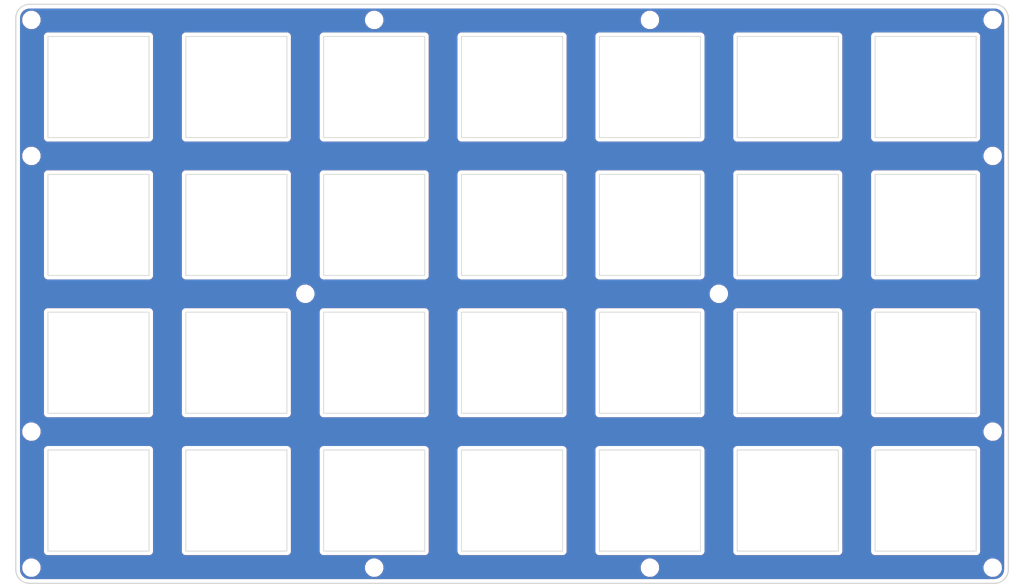
<source format=kicad_pcb>
(kicad_pcb (version 20171130) (host pcbnew 5.0.1-33cea8e~68~ubuntu18.04.1)

  (general
    (thickness 1.6)
    (drawings 120)
    (tracks 0)
    (zones 0)
    (modules 14)
    (nets 1)
  )

  (page A4)
  (layers
    (0 F.Cu signal)
    (31 B.Cu signal)
    (32 B.Adhes user)
    (33 F.Adhes user)
    (34 B.Paste user)
    (35 F.Paste user)
    (36 B.SilkS user)
    (37 F.SilkS user)
    (38 B.Mask user)
    (39 F.Mask user)
    (40 Dwgs.User user)
    (41 Cmts.User user)
    (42 Eco1.User user)
    (43 Eco2.User user)
    (44 Edge.Cuts user)
    (45 Margin user)
    (46 B.CrtYd user)
    (47 F.CrtYd user)
    (48 B.Fab user)
    (49 F.Fab user)
  )

  (setup
    (last_trace_width 0.25)
    (trace_clearance 0.2)
    (zone_clearance 0.508)
    (zone_45_only no)
    (trace_min 0.2)
    (segment_width 0.2)
    (edge_width 0.1)
    (via_size 0.8)
    (via_drill 0.4)
    (via_min_size 0.4)
    (via_min_drill 0.3)
    (uvia_size 0.3)
    (uvia_drill 0.1)
    (uvias_allowed no)
    (uvia_min_size 0.2)
    (uvia_min_drill 0.1)
    (pcb_text_width 0.3)
    (pcb_text_size 1.5 1.5)
    (mod_edge_width 0.15)
    (mod_text_size 1 1)
    (mod_text_width 0.15)
    (pad_size 1.9 1.9)
    (pad_drill 1.524)
    (pad_to_mask_clearance 0.051)
    (solder_mask_min_width 0.25)
    (aux_axis_origin 54.61 34.29)
    (visible_elements FFFFFF7F)
    (pcbplotparams
      (layerselection 0x010f0_ffffffff)
      (usegerberextensions false)
      (usegerberattributes false)
      (usegerberadvancedattributes false)
      (creategerberjobfile false)
      (excludeedgelayer true)
      (linewidth 0.100000)
      (plotframeref false)
      (viasonmask false)
      (mode 1)
      (useauxorigin false)
      (hpglpennumber 1)
      (hpglpenspeed 20)
      (hpglpendiameter 15.000000)
      (psnegative false)
      (psa4output false)
      (plotreference true)
      (plotvalue true)
      (plotinvisibletext false)
      (padsonsilk false)
      (subtractmaskfromsilk true)
      (outputformat 1)
      (mirror false)
      (drillshape 0)
      (scaleselection 1)
      (outputdirectory "gerber/"))
  )

  (net 0 "")

  (net_class Default "This is the default net class."
    (clearance 0.2)
    (trace_width 0.25)
    (via_dia 0.8)
    (via_drill 0.4)
    (uvia_dia 0.3)
    (uvia_drill 0.1)
  )

  (module library:Screw_Hole (layer F.Cu) (tedit 5BCC9C99) (tstamp 5BD90479)
    (at 56.769 55.245)
    (fp_text reference "" (at 0 1.905) (layer F.SilkS)
      (effects (font (size 1 1) (thickness 0.15)))
    )
    (fp_text value Screw_Hole (at 0 -1.905) (layer F.Fab)
      (effects (font (size 1 1) (thickness 0.15)))
    )
    (pad "" np_thru_hole circle (at 0 0) (size 1.524 1.524) (drill 1.524) (layers *.Cu *.Mask))
  )

  (module library:Screw_Hole (layer F.Cu) (tedit 5BCC9C7A) (tstamp 5BD90479)
    (at 56.769 93.345)
    (fp_text reference "" (at 0 1.905) (layer F.SilkS)
      (effects (font (size 1 1) (thickness 0.15)))
    )
    (fp_text value Screw_Hole (at 0 -1.905) (layer F.Fab)
      (effects (font (size 1 1) (thickness 0.15)))
    )
    (pad "" np_thru_hole circle (at 0 0) (size 1.524 1.524) (drill 1.524) (layers *.Cu *.Mask))
  )

  (module library:Screw_Hole (layer F.Cu) (tedit 5BCC9C45) (tstamp 5BD90479)
    (at 189.611 93.345)
    (fp_text reference "" (at 0 1.905) (layer F.SilkS)
      (effects (font (size 1 1) (thickness 0.15)))
    )
    (fp_text value Screw_Hole (at 0 -1.905) (layer F.Fab)
      (effects (font (size 1 1) (thickness 0.15)))
    )
    (pad "" np_thru_hole circle (at 0 0) (size 1.524 1.524) (drill 1.524) (layers *.Cu *.Mask))
  )

  (module library:Screw_Hole (layer F.Cu) (tedit 5BCC9C17) (tstamp 5BD90479)
    (at 189.611 55.245)
    (fp_text reference "" (at 0 1.905) (layer F.SilkS)
      (effects (font (size 1 1) (thickness 0.15)))
    )
    (fp_text value Screw_Hole (at 0 -1.905) (layer F.Fab)
      (effects (font (size 1 1) (thickness 0.15)))
    )
    (pad "" np_thru_hole circle (at 0 0) (size 1.524 1.524) (drill 1.524) (layers *.Cu *.Mask))
  )

  (module library:Screw_Hole (layer F.Cu) (tedit 5BCC8FD3) (tstamp 5BD90479)
    (at 142.24 36.449)
    (fp_text reference "" (at 0 1.905) (layer F.SilkS)
      (effects (font (size 1 1) (thickness 0.15)))
    )
    (fp_text value Screw_Hole (at 0 -1.905) (layer F.Fab)
      (effects (font (size 1 1) (thickness 0.15)))
    )
    (pad "" np_thru_hole circle (at 0 0) (size 1.524 1.524) (drill 1.524) (layers *.Cu *.Mask))
  )

  (module library:Screw_Hole (layer F.Cu) (tedit 5BCC8F73) (tstamp 5BD90604)
    (at 104.14 36.449)
    (fp_text reference "" (at 0 1.905) (layer F.SilkS)
      (effects (font (size 1 1) (thickness 0.15)))
    )
    (fp_text value Screw_Hole (at 0 -1.905) (layer F.Fab)
      (effects (font (size 1 1) (thickness 0.15)))
    )
    (pad "" np_thru_hole circle (at 0 0) (size 1.524 1.524) (drill 1.524) (layers *.Cu *.Mask))
  )

  (module library:Screw_Hole (layer F.Cu) (tedit 5BCC8E8B) (tstamp 5BD90632)
    (at 56.769 36.449)
    (fp_text reference "" (at 0 1.905) (layer F.SilkS)
      (effects (font (size 1 1) (thickness 0.15)))
    )
    (fp_text value Screw_Hole (at 0 -1.905) (layer F.Fab)
      (effects (font (size 1 1) (thickness 0.15)))
    )
    (pad "" np_thru_hole circle (at 0 0) (size 1.524 1.524) (drill 1.524) (layers *.Cu *.Mask))
  )

  (module library:Screw_Hole (layer F.Cu) (tedit 5BCC8E66) (tstamp 5BD90479)
    (at 56.769 112.141)
    (fp_text reference "" (at 0 1.905) (layer F.SilkS)
      (effects (font (size 1 1) (thickness 0.15)))
    )
    (fp_text value Screw_Hole (at 0 -1.905) (layer F.Fab)
      (effects (font (size 1 1) (thickness 0.15)))
    )
    (pad "" np_thru_hole circle (at 0 0) (size 1.524 1.524) (drill 1.524) (layers *.Cu *.Mask))
  )

  (module library:Screw_Hole (layer F.Cu) (tedit 5BCC8DD2) (tstamp 5BD90479)
    (at 104.14 112.141)
    (fp_text reference "" (at 0 1.905) (layer F.SilkS)
      (effects (font (size 1 1) (thickness 0.15)))
    )
    (fp_text value Screw_Hole (at 0 -1.905) (layer F.Fab)
      (effects (font (size 1 1) (thickness 0.15)))
    )
    (pad "" np_thru_hole circle (at 0 0) (size 1.524 1.524) (drill 1.524) (layers *.Cu *.Mask))
  )

  (module library:Screw_Hole (layer F.Cu) (tedit 5BCC8D82) (tstamp 5BD90479)
    (at 142.24 112.141)
    (fp_text reference "" (at 0 1.905) (layer F.SilkS)
      (effects (font (size 1 1) (thickness 0.15)))
    )
    (fp_text value Screw_Hole (at 0 -1.905) (layer F.Fab)
      (effects (font (size 1 1) (thickness 0.15)))
    )
    (pad "" np_thru_hole circle (at 0 0) (size 1.524 1.524) (drill 1.524) (layers *.Cu *.Mask))
  )

  (module library:Screw_Hole (layer F.Cu) (tedit 5BCC8886) (tstamp 5BD0C4D3)
    (at 189.611 112.141)
    (fp_text reference "" (at 0 1.905) (layer F.SilkS)
      (effects (font (size 1 1) (thickness 0.15)))
    )
    (fp_text value Screw_Hole (at 0 -1.905) (layer F.Fab)
      (effects (font (size 1 1) (thickness 0.15)))
    )
    (pad "" np_thru_hole circle (at 0 0) (size 1.524 1.524) (drill 1.524) (layers *.Cu *.Mask))
  )

  (module library:Screw_Hole (layer F.Cu) (tedit 5BCC8890) (tstamp 5BD0C539)
    (at 189.611 36.449)
    (fp_text reference "" (at 0 1.905) (layer F.SilkS)
      (effects (font (size 1 1) (thickness 0.15)))
    )
    (fp_text value Screw_Hole (at 0 -1.905) (layer F.Fab)
      (effects (font (size 1 1) (thickness 0.15)))
    )
    (pad "" np_thru_hole circle (at 0 0) (size 1.524 1.524) (drill 1.524) (layers *.Cu *.Mask))
  )

  (module library:Screw_Hole (layer F.Cu) (tedit 5BCC8836) (tstamp 5BD90479)
    (at 94.615 74.295)
    (fp_text reference "" (at 0 1.905) (layer F.SilkS)
      (effects (font (size 1 1) (thickness 0.15)))
    )
    (fp_text value Screw_Hole (at 0 -1.905) (layer F.Fab)
      (effects (font (size 1 1) (thickness 0.15)))
    )
    (pad "" np_thru_hole circle (at 0 0) (size 1.524 1.524) (drill 1.524) (layers *.Cu *.Mask))
  )

  (module library:Screw_Hole (layer F.Cu) (tedit 5BCC8847) (tstamp 5BD9046F)
    (at 151.765 74.295)
    (fp_text reference "" (at 0 1.905) (layer F.SilkS)
      (effects (font (size 1 1) (thickness 0.15)))
    )
    (fp_text value Screw_Hole (at 0 -1.905) (layer F.Fab)
      (effects (font (size 1 1) (thickness 0.15)))
    )
    (pad "" np_thru_hole circle (at 0 0) (size 1.524 1.524) (drill 1.524) (layers *.Cu *.Mask))
  )

  (gr_line (start 173.355 90.805) (end 173.355 76.835) (layer Edge.Cuts) (width 0.1) (tstamp 5BCDF792))
  (gr_line (start 168.275 57.785) (end 168.275 71.755) (layer Edge.Cuts) (width 0.1) (tstamp 5BCDF791))
  (gr_line (start 173.355 95.885) (end 187.325 95.885) (layer Edge.Cuts) (width 0.1) (tstamp 5BCDF790))
  (gr_line (start 168.275 109.855) (end 154.305 109.855) (layer Edge.Cuts) (width 0.1) (tstamp 5BCDF78F))
  (gr_line (start 154.305 71.755) (end 154.305 57.785) (layer Edge.Cuts) (width 0.1) (tstamp 5BCDF78E))
  (gr_line (start 173.355 57.785) (end 187.325 57.785) (layer Edge.Cuts) (width 0.1) (tstamp 5BCDF78D))
  (gr_line (start 173.355 109.855) (end 173.355 95.885) (layer Edge.Cuts) (width 0.1) (tstamp 5BCDF78C))
  (gr_line (start 187.325 95.885) (end 187.325 109.855) (layer Edge.Cuts) (width 0.1) (tstamp 5BCDF78B))
  (gr_line (start 187.325 109.855) (end 173.355 109.855) (layer Edge.Cuts) (width 0.1) (tstamp 5BCDF78A))
  (gr_line (start 154.305 76.835) (end 168.275 76.835) (layer Edge.Cuts) (width 0.1) (tstamp 5BCDF789))
  (gr_line (start 168.275 71.755) (end 154.305 71.755) (layer Edge.Cuts) (width 0.1) (tstamp 5BCDF788))
  (gr_line (start 168.275 90.805) (end 154.305 90.805) (layer Edge.Cuts) (width 0.1) (tstamp 5BCDF787))
  (gr_line (start 187.325 90.805) (end 173.355 90.805) (layer Edge.Cuts) (width 0.1) (tstamp 5BCDF786))
  (gr_line (start 154.305 95.885) (end 168.275 95.885) (layer Edge.Cuts) (width 0.1) (tstamp 5BCDF785))
  (gr_line (start 168.275 76.835) (end 168.275 90.805) (layer Edge.Cuts) (width 0.1) (tstamp 5BCDF784))
  (gr_line (start 168.275 95.885) (end 168.275 109.855) (layer Edge.Cuts) (width 0.1) (tstamp 5BCDF783))
  (gr_line (start 173.355 76.835) (end 187.325 76.835) (layer Edge.Cuts) (width 0.1) (tstamp 5BCDF782))
  (gr_line (start 187.325 71.755) (end 173.355 71.755) (layer Edge.Cuts) (width 0.1) (tstamp 5BCDF781))
  (gr_line (start 173.355 71.755) (end 173.355 57.785) (layer Edge.Cuts) (width 0.1) (tstamp 5BCDF780))
  (gr_line (start 154.305 90.805) (end 154.305 76.835) (layer Edge.Cuts) (width 0.1) (tstamp 5BCDF77F))
  (gr_line (start 187.325 76.835) (end 187.325 90.805) (layer Edge.Cuts) (width 0.1) (tstamp 5BCDF77E))
  (gr_line (start 187.325 57.785) (end 187.325 71.755) (layer Edge.Cuts) (width 0.1) (tstamp 5BCDF77D))
  (gr_line (start 154.305 57.785) (end 168.275 57.785) (layer Edge.Cuts) (width 0.1) (tstamp 5BCDF77C))
  (gr_line (start 154.305 109.855) (end 154.305 95.885) (layer Edge.Cuts) (width 0.1) (tstamp 5BCDF77B))
  (gr_line (start 149.225 57.785) (end 149.225 71.755) (layer Edge.Cuts) (width 0.1) (tstamp 5BCDF154))
  (gr_line (start 149.225 109.855) (end 135.255 109.855) (layer Edge.Cuts) (width 0.1) (tstamp 5BCDF153))
  (gr_line (start 135.255 71.755) (end 135.255 57.785) (layer Edge.Cuts) (width 0.1) (tstamp 5BCDF152))
  (gr_line (start 135.255 76.835) (end 149.225 76.835) (layer Edge.Cuts) (width 0.1) (tstamp 5BCDF151))
  (gr_line (start 149.225 71.755) (end 135.255 71.755) (layer Edge.Cuts) (width 0.1) (tstamp 5BCDF150))
  (gr_line (start 149.225 90.805) (end 135.255 90.805) (layer Edge.Cuts) (width 0.1) (tstamp 5BCDF14F))
  (gr_line (start 135.255 95.885) (end 149.225 95.885) (layer Edge.Cuts) (width 0.1) (tstamp 5BCDF14E))
  (gr_line (start 149.225 76.835) (end 149.225 90.805) (layer Edge.Cuts) (width 0.1) (tstamp 5BCDF14D))
  (gr_line (start 149.225 95.885) (end 149.225 109.855) (layer Edge.Cuts) (width 0.1) (tstamp 5BCDF14C))
  (gr_line (start 135.255 90.805) (end 135.255 76.835) (layer Edge.Cuts) (width 0.1) (tstamp 5BCDF14B))
  (gr_line (start 135.255 57.785) (end 149.225 57.785) (layer Edge.Cuts) (width 0.1) (tstamp 5BCDF14A))
  (gr_line (start 135.255 109.855) (end 135.255 95.885) (layer Edge.Cuts) (width 0.1) (tstamp 5BCDF149))
  (gr_line (start 116.205 71.755) (end 116.205 57.785) (layer Edge.Cuts) (width 0.1) (tstamp 5BCDF13C))
  (gr_line (start 130.175 109.855) (end 116.205 109.855) (layer Edge.Cuts) (width 0.1) (tstamp 5BCDF13B))
  (gr_line (start 130.175 57.785) (end 130.175 71.755) (layer Edge.Cuts) (width 0.1) (tstamp 5BCDF13A))
  (gr_line (start 130.175 90.805) (end 116.205 90.805) (layer Edge.Cuts) (width 0.1) (tstamp 5BCDF139))
  (gr_line (start 130.175 71.755) (end 116.205 71.755) (layer Edge.Cuts) (width 0.1) (tstamp 5BCDF138))
  (gr_line (start 116.205 109.855) (end 116.205 95.885) (layer Edge.Cuts) (width 0.1) (tstamp 5BCDF137))
  (gr_line (start 130.175 76.835) (end 130.175 90.805) (layer Edge.Cuts) (width 0.1) (tstamp 5BCDF136))
  (gr_line (start 116.205 57.785) (end 130.175 57.785) (layer Edge.Cuts) (width 0.1) (tstamp 5BCDF135))
  (gr_line (start 116.205 76.835) (end 130.175 76.835) (layer Edge.Cuts) (width 0.1) (tstamp 5BCDF134))
  (gr_line (start 116.205 95.885) (end 130.175 95.885) (layer Edge.Cuts) (width 0.1) (tstamp 5BCDF133))
  (gr_line (start 130.175 95.885) (end 130.175 109.855) (layer Edge.Cuts) (width 0.1) (tstamp 5BCDF132))
  (gr_line (start 116.205 90.805) (end 116.205 76.835) (layer Edge.Cuts) (width 0.1) (tstamp 5BCDF131))
  (gr_line (start 173.355 38.735) (end 173.355 52.705) (layer Edge.Cuts) (width 0.1) (tstamp 5BCDF12C))
  (gr_line (start 187.325 38.735) (end 173.355 38.735) (layer Edge.Cuts) (width 0.1) (tstamp 5BCDF12B))
  (gr_line (start 173.355 52.705) (end 187.325 52.705) (layer Edge.Cuts) (width 0.1) (tstamp 5BCDF12A))
  (gr_line (start 187.325 52.705) (end 187.325 38.735) (layer Edge.Cuts) (width 0.1) (tstamp 5BCDF129))
  (gr_line (start 116.205 38.735) (end 116.205 52.705) (layer Edge.Cuts) (width 0.1) (tstamp 5BCDF11B))
  (gr_line (start 130.175 38.735) (end 116.205 38.735) (layer Edge.Cuts) (width 0.1) (tstamp 5BCDF11A))
  (gr_line (start 135.255 38.735) (end 135.255 52.705) (layer Edge.Cuts) (width 0.1) (tstamp 5BCDF119))
  (gr_line (start 149.225 52.705) (end 149.225 38.735) (layer Edge.Cuts) (width 0.1) (tstamp 5BCDF118))
  (gr_line (start 149.225 38.735) (end 135.255 38.735) (layer Edge.Cuts) (width 0.1) (tstamp 5BCDF117))
  (gr_line (start 130.175 52.705) (end 130.175 38.735) (layer Edge.Cuts) (width 0.1) (tstamp 5BCDF116))
  (gr_line (start 168.275 38.735) (end 154.305 38.735) (layer Edge.Cuts) (width 0.1) (tstamp 5BCDF115))
  (gr_line (start 154.305 38.735) (end 154.305 52.705) (layer Edge.Cuts) (width 0.1) (tstamp 5BCDF114))
  (gr_line (start 135.255 52.705) (end 149.225 52.705) (layer Edge.Cuts) (width 0.1) (tstamp 5BCDF113))
  (gr_line (start 168.275 52.705) (end 168.275 38.735) (layer Edge.Cuts) (width 0.1) (tstamp 5BCDF112))
  (gr_line (start 116.205 52.705) (end 130.175 52.705) (layer Edge.Cuts) (width 0.1) (tstamp 5BCDF111))
  (gr_line (start 154.305 52.705) (end 168.275 52.705) (layer Edge.Cuts) (width 0.1) (tstamp 5BCDF110))
  (gr_line (start 97.155 71.755) (end 97.155 57.785) (layer Edge.Cuts) (width 0.1) (tstamp 5BCDF0DF))
  (gr_line (start 111.125 109.855) (end 97.155 109.855) (layer Edge.Cuts) (width 0.1) (tstamp 5BCDF0DE))
  (gr_line (start 111.125 57.785) (end 111.125 71.755) (layer Edge.Cuts) (width 0.1) (tstamp 5BCDF0DD))
  (gr_line (start 111.125 90.805) (end 97.155 90.805) (layer Edge.Cuts) (width 0.1) (tstamp 5BCDF0DC))
  (gr_line (start 97.155 38.735) (end 97.155 52.705) (layer Edge.Cuts) (width 0.1) (tstamp 5BCDF0DB))
  (gr_line (start 111.125 71.755) (end 97.155 71.755) (layer Edge.Cuts) (width 0.1) (tstamp 5BCDF0DA))
  (gr_line (start 111.125 52.705) (end 111.125 38.735) (layer Edge.Cuts) (width 0.1) (tstamp 5BCDF0D9))
  (gr_line (start 111.125 38.735) (end 97.155 38.735) (layer Edge.Cuts) (width 0.1) (tstamp 5BCDF0D8))
  (gr_line (start 97.155 109.855) (end 97.155 95.885) (layer Edge.Cuts) (width 0.1) (tstamp 5BCDF0D7))
  (gr_line (start 111.125 76.835) (end 111.125 90.805) (layer Edge.Cuts) (width 0.1) (tstamp 5BCDF0D6))
  (gr_line (start 97.155 57.785) (end 111.125 57.785) (layer Edge.Cuts) (width 0.1) (tstamp 5BCDF0D5))
  (gr_line (start 97.155 76.835) (end 111.125 76.835) (layer Edge.Cuts) (width 0.1) (tstamp 5BCDF0D4))
  (gr_line (start 97.155 95.885) (end 111.125 95.885) (layer Edge.Cuts) (width 0.1) (tstamp 5BCDF0D3))
  (gr_line (start 111.125 95.885) (end 111.125 109.855) (layer Edge.Cuts) (width 0.1) (tstamp 5BCDF0D2))
  (gr_line (start 97.155 90.805) (end 97.155 76.835) (layer Edge.Cuts) (width 0.1) (tstamp 5BCDF0D1))
  (gr_line (start 97.155 52.705) (end 111.125 52.705) (layer Edge.Cuts) (width 0.1) (tstamp 5BCDF0D0))
  (gr_line (start 92.075 57.785) (end 92.075 71.755) (layer Edge.Cuts) (width 0.1) (tstamp 5BCDF0C3))
  (gr_line (start 78.105 57.785) (end 92.075 57.785) (layer Edge.Cuts) (width 0.1) (tstamp 5BCDF0C2))
  (gr_line (start 92.075 76.835) (end 92.075 90.805) (layer Edge.Cuts) (width 0.1) (tstamp 5BCDF0C1))
  (gr_line (start 92.075 71.755) (end 78.105 71.755) (layer Edge.Cuts) (width 0.1) (tstamp 5BCDF0C0))
  (gr_line (start 92.075 95.885) (end 92.075 109.855) (layer Edge.Cuts) (width 0.1) (tstamp 5BCDF0BF))
  (gr_line (start 78.105 76.835) (end 92.075 76.835) (layer Edge.Cuts) (width 0.1) (tstamp 5BCDF0BE))
  (gr_line (start 78.105 95.885) (end 92.075 95.885) (layer Edge.Cuts) (width 0.1) (tstamp 5BCDF0BD))
  (gr_line (start 78.105 90.805) (end 78.105 76.835) (layer Edge.Cuts) (width 0.1) (tstamp 5BCDF0BC))
  (gr_line (start 78.105 109.855) (end 78.105 95.885) (layer Edge.Cuts) (width 0.1) (tstamp 5BCDF0BB))
  (gr_line (start 92.075 90.805) (end 78.105 90.805) (layer Edge.Cuts) (width 0.1) (tstamp 5BCDF0BA))
  (gr_line (start 92.075 109.855) (end 78.105 109.855) (layer Edge.Cuts) (width 0.1) (tstamp 5BCDF0B9))
  (gr_line (start 78.105 71.755) (end 78.105 57.785) (layer Edge.Cuts) (width 0.1) (tstamp 5BCDF0B8))
  (gr_line (start 73.025 95.885) (end 73.025 109.855) (layer Edge.Cuts) (width 0.1) (tstamp 5BCDF0A0))
  (gr_line (start 59.055 95.885) (end 73.025 95.885) (layer Edge.Cuts) (width 0.1) (tstamp 5BCDF09F))
  (gr_line (start 73.025 109.855) (end 59.055 109.855) (layer Edge.Cuts) (width 0.1) (tstamp 5BCDF09E))
  (gr_line (start 59.055 109.855) (end 59.055 95.885) (layer Edge.Cuts) (width 0.1) (tstamp 5BCDF09D))
  (gr_line (start 59.055 90.805) (end 59.055 76.835) (layer Edge.Cuts) (width 0.1))
  (gr_line (start 73.025 90.805) (end 59.055 90.805) (layer Edge.Cuts) (width 0.1))
  (gr_line (start 73.025 76.835) (end 73.025 90.805) (layer Edge.Cuts) (width 0.1))
  (gr_line (start 59.055 76.835) (end 73.025 76.835) (layer Edge.Cuts) (width 0.1))
  (gr_line (start 59.055 57.785) (end 73.025 57.785) (layer Edge.Cuts) (width 0.1))
  (gr_line (start 59.055 71.755) (end 59.055 57.785) (layer Edge.Cuts) (width 0.1))
  (gr_line (start 73.025 71.755) (end 59.055 71.755) (layer Edge.Cuts) (width 0.1))
  (gr_line (start 73.025 57.785) (end 73.025 71.755) (layer Edge.Cuts) (width 0.1))
  (gr_line (start 92.075 38.735) (end 78.105 38.735) (layer Edge.Cuts) (width 0.1))
  (gr_line (start 92.075 52.705) (end 92.075 38.735) (layer Edge.Cuts) (width 0.1))
  (gr_line (start 78.105 52.705) (end 92.075 52.705) (layer Edge.Cuts) (width 0.1))
  (gr_line (start 78.105 38.735) (end 78.105 52.705) (layer Edge.Cuts) (width 0.1))
  (gr_line (start 73.025 38.735) (end 59.055 38.735) (layer Edge.Cuts) (width 0.1))
  (gr_line (start 73.025 52.705) (end 73.025 38.735) (layer Edge.Cuts) (width 0.1))
  (gr_line (start 59.055 52.705) (end 73.025 52.705) (layer Edge.Cuts) (width 0.1))
  (gr_line (start 59.055 38.735) (end 59.055 52.705) (layer Edge.Cuts) (width 0.1))
  (gr_arc (start 56.515 112.395) (end 54.61 112.395) (angle -90) (layer Edge.Cuts) (width 0.15))
  (gr_arc (start 189.865 112.395) (end 189.865 114.3) (angle -90) (layer Edge.Cuts) (width 0.15))
  (gr_arc (start 189.865 36.195) (end 191.77 36.195) (angle -90) (layer Edge.Cuts) (width 0.15))
  (gr_arc (start 56.515 36.195) (end 56.515 34.29) (angle -90) (layer Edge.Cuts) (width 0.15))
  (gr_line (start 189.865 114.3) (end 56.515 114.3) (layer Edge.Cuts) (width 0.15))
  (gr_line (start 54.61 36.195) (end 54.61 112.395) (layer Edge.Cuts) (width 0.15))
  (gr_line (start 191.77 36.195) (end 191.77 112.395) (layer Edge.Cuts) (width 0.15))
  (gr_line (start 56.515 34.29) (end 189.865 34.29) (layer Edge.Cuts) (width 0.15))

  (zone (net 0) (net_name "") (layer B.Cu) (tstamp 5BD57218) (hatch edge 0.508)
    (connect_pads (clearance 0.508))
    (min_thickness 0.254)
    (fill yes (arc_segments 16) (thermal_gap 0.508) (thermal_bridge_width 0.508))
    (polygon
      (pts
        (xy 191.135 34.29) (xy 191.77 34.925) (xy 191.77 113.665) (xy 191.135 114.3) (xy 55.245 114.3)
        (xy 54.61 113.665) (xy 54.61 34.925) (xy 55.245 34.29)
      )
    )
    (filled_polygon
      (pts
        (xy 190.198364 35.054985) (xy 190.504928 35.194372) (xy 190.76005 35.414199) (xy 190.943218 35.696792) (xy 191.046743 36.042959)
        (xy 191.06 36.22135) (xy 191.060001 112.344413) (xy 191.005015 112.728364) (xy 190.865628 113.034928) (xy 190.645804 113.290047)
        (xy 190.363207 113.473218) (xy 190.017043 113.576743) (xy 189.838649 113.59) (xy 56.56558 113.59) (xy 56.181636 113.535015)
        (xy 55.875072 113.395628) (xy 55.619953 113.175804) (xy 55.436782 112.893207) (xy 55.333257 112.547043) (xy 55.32 112.368649)
        (xy 55.32 111.933302) (xy 55.359856 111.933302) (xy 55.372 112.175931) (xy 55.372 112.418881) (xy 55.385831 112.452273)
        (xy 55.387638 112.488368) (xy 55.546603 112.872143) (xy 55.561519 112.876421) (xy 55.58468 112.932337) (xy 55.977663 113.32532)
        (xy 56.033579 113.348481) (xy 56.037857 113.363397) (xy 56.266655 113.445024) (xy 56.491119 113.538) (xy 56.527263 113.538)
        (xy 56.561302 113.550144) (xy 56.803931 113.538) (xy 57.046881 113.538) (xy 57.080273 113.524169) (xy 57.116368 113.522362)
        (xy 57.500143 113.363397) (xy 57.504421 113.348481) (xy 57.560337 113.32532) (xy 57.95332 112.932337) (xy 57.976481 112.876421)
        (xy 57.991397 112.872143) (xy 58.073024 112.643345) (xy 58.166 112.418881) (xy 58.166 112.382737) (xy 58.178144 112.348698)
        (xy 58.166 112.106069) (xy 58.166 111.933302) (xy 102.730856 111.933302) (xy 102.743 112.175931) (xy 102.743 112.418881)
        (xy 102.756831 112.452273) (xy 102.758638 112.488368) (xy 102.917603 112.872143) (xy 102.932519 112.876421) (xy 102.95568 112.932337)
        (xy 103.348663 113.32532) (xy 103.404579 113.348481) (xy 103.408857 113.363397) (xy 103.637655 113.445024) (xy 103.862119 113.538)
        (xy 103.898263 113.538) (xy 103.932302 113.550144) (xy 104.174931 113.538) (xy 104.417881 113.538) (xy 104.451273 113.524169)
        (xy 104.487368 113.522362) (xy 104.871143 113.363397) (xy 104.875421 113.348481) (xy 104.931337 113.32532) (xy 105.32432 112.932337)
        (xy 105.347481 112.876421) (xy 105.362397 112.872143) (xy 105.444024 112.643345) (xy 105.537 112.418881) (xy 105.537 112.382737)
        (xy 105.549144 112.348698) (xy 105.537 112.106069) (xy 105.537 111.933302) (xy 140.830856 111.933302) (xy 140.843 112.175931)
        (xy 140.843 112.418881) (xy 140.856831 112.452273) (xy 140.858638 112.488368) (xy 141.017603 112.872143) (xy 141.032519 112.876421)
        (xy 141.05568 112.932337) (xy 141.448663 113.32532) (xy 141.504579 113.348481) (xy 141.508857 113.363397) (xy 141.737655 113.445024)
        (xy 141.962119 113.538) (xy 141.998263 113.538) (xy 142.032302 113.550144) (xy 142.274931 113.538) (xy 142.517881 113.538)
        (xy 142.551273 113.524169) (xy 142.587368 113.522362) (xy 142.971143 113.363397) (xy 142.975421 113.348481) (xy 143.031337 113.32532)
        (xy 143.42432 112.932337) (xy 143.447481 112.876421) (xy 143.462397 112.872143) (xy 143.544024 112.643345) (xy 143.637 112.418881)
        (xy 143.637 112.382737) (xy 143.649144 112.348698) (xy 143.637 112.106069) (xy 143.637 111.933302) (xy 188.201856 111.933302)
        (xy 188.214 112.175931) (xy 188.214 112.418881) (xy 188.227831 112.452273) (xy 188.229638 112.488368) (xy 188.388603 112.872143)
        (xy 188.403519 112.876421) (xy 188.42668 112.932337) (xy 188.819663 113.32532) (xy 188.875579 113.348481) (xy 188.879857 113.363397)
        (xy 189.108655 113.445024) (xy 189.333119 113.538) (xy 189.369263 113.538) (xy 189.403302 113.550144) (xy 189.645931 113.538)
        (xy 189.888881 113.538) (xy 189.922273 113.524169) (xy 189.958368 113.522362) (xy 190.342143 113.363397) (xy 190.346421 113.348481)
        (xy 190.402337 113.32532) (xy 190.79532 112.932337) (xy 190.818481 112.876421) (xy 190.833397 112.872143) (xy 190.915024 112.643345)
        (xy 191.008 112.418881) (xy 191.008 112.382737) (xy 191.020144 112.348698) (xy 191.008 112.106069) (xy 191.008 111.863119)
        (xy 190.994169 111.829727) (xy 190.992362 111.793632) (xy 190.833397 111.409857) (xy 190.818481 111.405579) (xy 190.79532 111.349663)
        (xy 190.402337 110.95668) (xy 190.346421 110.933519) (xy 190.342143 110.918603) (xy 190.113345 110.836976) (xy 189.888881 110.744)
        (xy 189.852737 110.744) (xy 189.818698 110.731856) (xy 189.576069 110.744) (xy 189.333119 110.744) (xy 189.299727 110.757831)
        (xy 189.263632 110.759638) (xy 188.879857 110.918603) (xy 188.875579 110.933519) (xy 188.819663 110.95668) (xy 188.42668 111.349663)
        (xy 188.403519 111.405579) (xy 188.388603 111.409857) (xy 188.306976 111.638655) (xy 188.214 111.863119) (xy 188.214 111.899263)
        (xy 188.201856 111.933302) (xy 143.637 111.933302) (xy 143.637 111.863119) (xy 143.623169 111.829727) (xy 143.621362 111.793632)
        (xy 143.462397 111.409857) (xy 143.447481 111.405579) (xy 143.42432 111.349663) (xy 143.031337 110.95668) (xy 142.975421 110.933519)
        (xy 142.971143 110.918603) (xy 142.742345 110.836976) (xy 142.517881 110.744) (xy 142.481737 110.744) (xy 142.447698 110.731856)
        (xy 142.205069 110.744) (xy 141.962119 110.744) (xy 141.928727 110.757831) (xy 141.892632 110.759638) (xy 141.508857 110.918603)
        (xy 141.504579 110.933519) (xy 141.448663 110.95668) (xy 141.05568 111.349663) (xy 141.032519 111.405579) (xy 141.017603 111.409857)
        (xy 140.935976 111.638655) (xy 140.843 111.863119) (xy 140.843 111.899263) (xy 140.830856 111.933302) (xy 105.537 111.933302)
        (xy 105.537 111.863119) (xy 105.523169 111.829727) (xy 105.521362 111.793632) (xy 105.362397 111.409857) (xy 105.347481 111.405579)
        (xy 105.32432 111.349663) (xy 104.931337 110.95668) (xy 104.875421 110.933519) (xy 104.871143 110.918603) (xy 104.642345 110.836976)
        (xy 104.417881 110.744) (xy 104.381737 110.744) (xy 104.347698 110.731856) (xy 104.105069 110.744) (xy 103.862119 110.744)
        (xy 103.828727 110.757831) (xy 103.792632 110.759638) (xy 103.408857 110.918603) (xy 103.404579 110.933519) (xy 103.348663 110.95668)
        (xy 102.95568 111.349663) (xy 102.932519 111.405579) (xy 102.917603 111.409857) (xy 102.835976 111.638655) (xy 102.743 111.863119)
        (xy 102.743 111.899263) (xy 102.730856 111.933302) (xy 58.166 111.933302) (xy 58.166 111.863119) (xy 58.152169 111.829727)
        (xy 58.150362 111.793632) (xy 57.991397 111.409857) (xy 57.976481 111.405579) (xy 57.95332 111.349663) (xy 57.560337 110.95668)
        (xy 57.504421 110.933519) (xy 57.500143 110.918603) (xy 57.271345 110.836976) (xy 57.046881 110.744) (xy 57.010737 110.744)
        (xy 56.976698 110.731856) (xy 56.734069 110.744) (xy 56.491119 110.744) (xy 56.457727 110.757831) (xy 56.421632 110.759638)
        (xy 56.037857 110.918603) (xy 56.033579 110.933519) (xy 55.977663 110.95668) (xy 55.58468 111.349663) (xy 55.561519 111.405579)
        (xy 55.546603 111.409857) (xy 55.464976 111.638655) (xy 55.372 111.863119) (xy 55.372 111.899263) (xy 55.359856 111.933302)
        (xy 55.32 111.933302) (xy 55.32 95.885) (xy 58.356581 95.885) (xy 58.370001 95.952467) (xy 58.37 109.787538)
        (xy 58.356581 109.855) (xy 58.409745 110.122273) (xy 58.561143 110.348857) (xy 58.787727 110.500255) (xy 59.055 110.553419)
        (xy 59.122461 110.54) (xy 72.957539 110.54) (xy 73.025 110.553419) (xy 73.292273 110.500255) (xy 73.518857 110.348857)
        (xy 73.670255 110.122273) (xy 73.71 109.922462) (xy 73.71 109.922461) (xy 73.723419 109.855) (xy 73.71 109.787538)
        (xy 73.71 95.952462) (xy 73.723419 95.885) (xy 77.406581 95.885) (xy 77.420001 95.952467) (xy 77.42 109.787538)
        (xy 77.406581 109.855) (xy 77.459745 110.122273) (xy 77.611143 110.348857) (xy 77.837727 110.500255) (xy 78.105 110.553419)
        (xy 78.172461 110.54) (xy 92.007539 110.54) (xy 92.075 110.553419) (xy 92.342273 110.500255) (xy 92.568857 110.348857)
        (xy 92.720255 110.122273) (xy 92.76 109.922462) (xy 92.76 109.922461) (xy 92.773419 109.855) (xy 92.76 109.787538)
        (xy 92.76 95.952462) (xy 92.773419 95.885) (xy 96.456581 95.885) (xy 96.470001 95.952467) (xy 96.47 109.787538)
        (xy 96.456581 109.855) (xy 96.509745 110.122273) (xy 96.661143 110.348857) (xy 96.887727 110.500255) (xy 97.155 110.553419)
        (xy 97.222461 110.54) (xy 111.057539 110.54) (xy 111.125 110.553419) (xy 111.392273 110.500255) (xy 111.618857 110.348857)
        (xy 111.770255 110.122273) (xy 111.81 109.922462) (xy 111.81 109.922461) (xy 111.823419 109.855) (xy 111.81 109.787538)
        (xy 111.81 95.952462) (xy 111.823419 95.885) (xy 115.506581 95.885) (xy 115.520001 95.952467) (xy 115.52 109.787538)
        (xy 115.506581 109.855) (xy 115.559745 110.122273) (xy 115.711143 110.348857) (xy 115.937727 110.500255) (xy 116.205 110.553419)
        (xy 116.272461 110.54) (xy 130.107539 110.54) (xy 130.175 110.553419) (xy 130.442273 110.500255) (xy 130.668857 110.348857)
        (xy 130.820255 110.122273) (xy 130.86 109.922462) (xy 130.86 109.922461) (xy 130.873419 109.855) (xy 130.86 109.787538)
        (xy 130.86 95.952462) (xy 130.873419 95.885) (xy 134.556581 95.885) (xy 134.570001 95.952467) (xy 134.57 109.787538)
        (xy 134.556581 109.855) (xy 134.609745 110.122273) (xy 134.761143 110.348857) (xy 134.987727 110.500255) (xy 135.255 110.553419)
        (xy 135.322461 110.54) (xy 149.157539 110.54) (xy 149.225 110.553419) (xy 149.492273 110.500255) (xy 149.718857 110.348857)
        (xy 149.870255 110.122273) (xy 149.91 109.922462) (xy 149.91 109.922461) (xy 149.923419 109.855) (xy 149.91 109.787538)
        (xy 149.91 95.952462) (xy 149.923419 95.885) (xy 153.606581 95.885) (xy 153.620001 95.952467) (xy 153.62 109.787538)
        (xy 153.606581 109.855) (xy 153.659745 110.122273) (xy 153.811143 110.348857) (xy 154.037727 110.500255) (xy 154.305 110.553419)
        (xy 154.372461 110.54) (xy 168.207539 110.54) (xy 168.275 110.553419) (xy 168.542273 110.500255) (xy 168.768857 110.348857)
        (xy 168.920255 110.122273) (xy 168.96 109.922462) (xy 168.96 109.922461) (xy 168.973419 109.855) (xy 168.96 109.787538)
        (xy 168.96 95.952462) (xy 168.973419 95.885) (xy 172.656581 95.885) (xy 172.670001 95.952467) (xy 172.67 109.787538)
        (xy 172.656581 109.855) (xy 172.709745 110.122273) (xy 172.861143 110.348857) (xy 173.087727 110.500255) (xy 173.355 110.553419)
        (xy 173.422461 110.54) (xy 187.257539 110.54) (xy 187.325 110.553419) (xy 187.592273 110.500255) (xy 187.818857 110.348857)
        (xy 187.970255 110.122273) (xy 188.01 109.922462) (xy 188.01 109.922461) (xy 188.023419 109.855) (xy 188.01 109.787538)
        (xy 188.01 95.952462) (xy 188.023419 95.885) (xy 187.970255 95.617727) (xy 187.818857 95.391143) (xy 187.592273 95.239745)
        (xy 187.392462 95.2) (xy 187.392461 95.2) (xy 187.325 95.186581) (xy 187.257538 95.2) (xy 173.422462 95.2)
        (xy 173.355 95.186581) (xy 173.287539 95.2) (xy 173.287538 95.2) (xy 173.087727 95.239745) (xy 172.861143 95.391143)
        (xy 172.709745 95.617727) (xy 172.656581 95.885) (xy 168.973419 95.885) (xy 168.920255 95.617727) (xy 168.768857 95.391143)
        (xy 168.542273 95.239745) (xy 168.342462 95.2) (xy 168.342461 95.2) (xy 168.275 95.186581) (xy 168.207538 95.2)
        (xy 154.372462 95.2) (xy 154.305 95.186581) (xy 154.237539 95.2) (xy 154.237538 95.2) (xy 154.037727 95.239745)
        (xy 153.811143 95.391143) (xy 153.659745 95.617727) (xy 153.606581 95.885) (xy 149.923419 95.885) (xy 149.870255 95.617727)
        (xy 149.718857 95.391143) (xy 149.492273 95.239745) (xy 149.292462 95.2) (xy 149.292461 95.2) (xy 149.225 95.186581)
        (xy 149.157538 95.2) (xy 135.322462 95.2) (xy 135.255 95.186581) (xy 135.187539 95.2) (xy 135.187538 95.2)
        (xy 134.987727 95.239745) (xy 134.761143 95.391143) (xy 134.609745 95.617727) (xy 134.556581 95.885) (xy 130.873419 95.885)
        (xy 130.820255 95.617727) (xy 130.668857 95.391143) (xy 130.442273 95.239745) (xy 130.242462 95.2) (xy 130.242461 95.2)
        (xy 130.175 95.186581) (xy 130.107538 95.2) (xy 116.272462 95.2) (xy 116.205 95.186581) (xy 116.137539 95.2)
        (xy 116.137538 95.2) (xy 115.937727 95.239745) (xy 115.711143 95.391143) (xy 115.559745 95.617727) (xy 115.506581 95.885)
        (xy 111.823419 95.885) (xy 111.770255 95.617727) (xy 111.618857 95.391143) (xy 111.392273 95.239745) (xy 111.192462 95.2)
        (xy 111.192461 95.2) (xy 111.125 95.186581) (xy 111.057538 95.2) (xy 97.222462 95.2) (xy 97.155 95.186581)
        (xy 97.087539 95.2) (xy 97.087538 95.2) (xy 96.887727 95.239745) (xy 96.661143 95.391143) (xy 96.509745 95.617727)
        (xy 96.456581 95.885) (xy 92.773419 95.885) (xy 92.720255 95.617727) (xy 92.568857 95.391143) (xy 92.342273 95.239745)
        (xy 92.142462 95.2) (xy 92.142461 95.2) (xy 92.075 95.186581) (xy 92.007538 95.2) (xy 78.172462 95.2)
        (xy 78.105 95.186581) (xy 78.037539 95.2) (xy 78.037538 95.2) (xy 77.837727 95.239745) (xy 77.611143 95.391143)
        (xy 77.459745 95.617727) (xy 77.406581 95.885) (xy 73.723419 95.885) (xy 73.670255 95.617727) (xy 73.518857 95.391143)
        (xy 73.292273 95.239745) (xy 73.092462 95.2) (xy 73.092461 95.2) (xy 73.025 95.186581) (xy 72.957538 95.2)
        (xy 59.122462 95.2) (xy 59.055 95.186581) (xy 58.987539 95.2) (xy 58.987538 95.2) (xy 58.787727 95.239745)
        (xy 58.561143 95.391143) (xy 58.409745 95.617727) (xy 58.356581 95.885) (xy 55.32 95.885) (xy 55.32 93.137302)
        (xy 55.359856 93.137302) (xy 55.372 93.379931) (xy 55.372 93.622881) (xy 55.385831 93.656273) (xy 55.387638 93.692368)
        (xy 55.546603 94.076143) (xy 55.561519 94.080421) (xy 55.58468 94.136337) (xy 55.977663 94.52932) (xy 56.033579 94.552481)
        (xy 56.037857 94.567397) (xy 56.266655 94.649024) (xy 56.491119 94.742) (xy 56.527263 94.742) (xy 56.561302 94.754144)
        (xy 56.803931 94.742) (xy 57.046881 94.742) (xy 57.080273 94.728169) (xy 57.116368 94.726362) (xy 57.500143 94.567397)
        (xy 57.504421 94.552481) (xy 57.560337 94.52932) (xy 57.95332 94.136337) (xy 57.976481 94.080421) (xy 57.991397 94.076143)
        (xy 58.073024 93.847345) (xy 58.166 93.622881) (xy 58.166 93.586737) (xy 58.178144 93.552698) (xy 58.166 93.310069)
        (xy 58.166 93.137302) (xy 188.201856 93.137302) (xy 188.214 93.379931) (xy 188.214 93.622881) (xy 188.227831 93.656273)
        (xy 188.229638 93.692368) (xy 188.388603 94.076143) (xy 188.403519 94.080421) (xy 188.42668 94.136337) (xy 188.819663 94.52932)
        (xy 188.875579 94.552481) (xy 188.879857 94.567397) (xy 189.108655 94.649024) (xy 189.333119 94.742) (xy 189.369263 94.742)
        (xy 189.403302 94.754144) (xy 189.645931 94.742) (xy 189.888881 94.742) (xy 189.922273 94.728169) (xy 189.958368 94.726362)
        (xy 190.342143 94.567397) (xy 190.346421 94.552481) (xy 190.402337 94.52932) (xy 190.79532 94.136337) (xy 190.818481 94.080421)
        (xy 190.833397 94.076143) (xy 190.915024 93.847345) (xy 191.008 93.622881) (xy 191.008 93.586737) (xy 191.020144 93.552698)
        (xy 191.008 93.310069) (xy 191.008 93.067119) (xy 190.994169 93.033727) (xy 190.992362 92.997632) (xy 190.833397 92.613857)
        (xy 190.818481 92.609579) (xy 190.79532 92.553663) (xy 190.402337 92.16068) (xy 190.346421 92.137519) (xy 190.342143 92.122603)
        (xy 190.113345 92.040976) (xy 189.888881 91.948) (xy 189.852737 91.948) (xy 189.818698 91.935856) (xy 189.576069 91.948)
        (xy 189.333119 91.948) (xy 189.299727 91.961831) (xy 189.263632 91.963638) (xy 188.879857 92.122603) (xy 188.875579 92.137519)
        (xy 188.819663 92.16068) (xy 188.42668 92.553663) (xy 188.403519 92.609579) (xy 188.388603 92.613857) (xy 188.306976 92.842655)
        (xy 188.214 93.067119) (xy 188.214 93.103263) (xy 188.201856 93.137302) (xy 58.166 93.137302) (xy 58.166 93.067119)
        (xy 58.152169 93.033727) (xy 58.150362 92.997632) (xy 57.991397 92.613857) (xy 57.976481 92.609579) (xy 57.95332 92.553663)
        (xy 57.560337 92.16068) (xy 57.504421 92.137519) (xy 57.500143 92.122603) (xy 57.271345 92.040976) (xy 57.046881 91.948)
        (xy 57.010737 91.948) (xy 56.976698 91.935856) (xy 56.734069 91.948) (xy 56.491119 91.948) (xy 56.457727 91.961831)
        (xy 56.421632 91.963638) (xy 56.037857 92.122603) (xy 56.033579 92.137519) (xy 55.977663 92.16068) (xy 55.58468 92.553663)
        (xy 55.561519 92.609579) (xy 55.546603 92.613857) (xy 55.464976 92.842655) (xy 55.372 93.067119) (xy 55.372 93.103263)
        (xy 55.359856 93.137302) (xy 55.32 93.137302) (xy 55.32 76.835) (xy 58.356581 76.835) (xy 58.370001 76.902467)
        (xy 58.37 90.737538) (xy 58.356581 90.805) (xy 58.409745 91.072273) (xy 58.561143 91.298857) (xy 58.787727 91.450255)
        (xy 59.055 91.503419) (xy 59.122461 91.49) (xy 72.957539 91.49) (xy 73.025 91.503419) (xy 73.292273 91.450255)
        (xy 73.518857 91.298857) (xy 73.670255 91.072273) (xy 73.71 90.872462) (xy 73.71 90.872461) (xy 73.723419 90.805)
        (xy 73.71 90.737538) (xy 73.71 76.902462) (xy 73.723419 76.835) (xy 77.406581 76.835) (xy 77.420001 76.902467)
        (xy 77.42 90.737538) (xy 77.406581 90.805) (xy 77.459745 91.072273) (xy 77.611143 91.298857) (xy 77.837727 91.450255)
        (xy 78.105 91.503419) (xy 78.172461 91.49) (xy 92.007539 91.49) (xy 92.075 91.503419) (xy 92.342273 91.450255)
        (xy 92.568857 91.298857) (xy 92.720255 91.072273) (xy 92.76 90.872462) (xy 92.76 90.872461) (xy 92.773419 90.805)
        (xy 92.76 90.737538) (xy 92.76 76.902462) (xy 92.773419 76.835) (xy 96.456581 76.835) (xy 96.470001 76.902467)
        (xy 96.47 90.737538) (xy 96.456581 90.805) (xy 96.509745 91.072273) (xy 96.661143 91.298857) (xy 96.887727 91.450255)
        (xy 97.155 91.503419) (xy 97.222461 91.49) (xy 111.057539 91.49) (xy 111.125 91.503419) (xy 111.392273 91.450255)
        (xy 111.618857 91.298857) (xy 111.770255 91.072273) (xy 111.81 90.872462) (xy 111.81 90.872461) (xy 111.823419 90.805)
        (xy 111.81 90.737538) (xy 111.81 76.902462) (xy 111.823419 76.835) (xy 115.506581 76.835) (xy 115.520001 76.902467)
        (xy 115.52 90.737538) (xy 115.506581 90.805) (xy 115.559745 91.072273) (xy 115.711143 91.298857) (xy 115.937727 91.450255)
        (xy 116.205 91.503419) (xy 116.272461 91.49) (xy 130.107539 91.49) (xy 130.175 91.503419) (xy 130.442273 91.450255)
        (xy 130.668857 91.298857) (xy 130.820255 91.072273) (xy 130.86 90.872462) (xy 130.86 90.872461) (xy 130.873419 90.805)
        (xy 130.86 90.737538) (xy 130.86 76.902462) (xy 130.873419 76.835) (xy 134.556581 76.835) (xy 134.570001 76.902467)
        (xy 134.57 90.737538) (xy 134.556581 90.805) (xy 134.609745 91.072273) (xy 134.761143 91.298857) (xy 134.987727 91.450255)
        (xy 135.255 91.503419) (xy 135.322461 91.49) (xy 149.157539 91.49) (xy 149.225 91.503419) (xy 149.492273 91.450255)
        (xy 149.718857 91.298857) (xy 149.870255 91.072273) (xy 149.91 90.872462) (xy 149.91 90.872461) (xy 149.923419 90.805)
        (xy 149.91 90.737538) (xy 149.91 76.902462) (xy 149.923419 76.835) (xy 153.606581 76.835) (xy 153.620001 76.902467)
        (xy 153.62 90.737538) (xy 153.606581 90.805) (xy 153.659745 91.072273) (xy 153.811143 91.298857) (xy 154.037727 91.450255)
        (xy 154.305 91.503419) (xy 154.372461 91.49) (xy 168.207539 91.49) (xy 168.275 91.503419) (xy 168.542273 91.450255)
        (xy 168.768857 91.298857) (xy 168.920255 91.072273) (xy 168.96 90.872462) (xy 168.96 90.872461) (xy 168.973419 90.805)
        (xy 168.96 90.737538) (xy 168.96 76.902462) (xy 168.973419 76.835) (xy 172.656581 76.835) (xy 172.670001 76.902467)
        (xy 172.67 90.737538) (xy 172.656581 90.805) (xy 172.709745 91.072273) (xy 172.861143 91.298857) (xy 173.087727 91.450255)
        (xy 173.355 91.503419) (xy 173.422461 91.49) (xy 187.257539 91.49) (xy 187.325 91.503419) (xy 187.592273 91.450255)
        (xy 187.818857 91.298857) (xy 187.970255 91.072273) (xy 188.01 90.872462) (xy 188.01 90.872461) (xy 188.023419 90.805)
        (xy 188.01 90.737538) (xy 188.01 76.902462) (xy 188.023419 76.835) (xy 187.970255 76.567727) (xy 187.818857 76.341143)
        (xy 187.592273 76.189745) (xy 187.392462 76.15) (xy 187.392461 76.15) (xy 187.325 76.136581) (xy 187.257538 76.15)
        (xy 173.422462 76.15) (xy 173.355 76.136581) (xy 173.287539 76.15) (xy 173.287538 76.15) (xy 173.087727 76.189745)
        (xy 172.861143 76.341143) (xy 172.709745 76.567727) (xy 172.656581 76.835) (xy 168.973419 76.835) (xy 168.920255 76.567727)
        (xy 168.768857 76.341143) (xy 168.542273 76.189745) (xy 168.342462 76.15) (xy 168.342461 76.15) (xy 168.275 76.136581)
        (xy 168.207538 76.15) (xy 154.372462 76.15) (xy 154.305 76.136581) (xy 154.237539 76.15) (xy 154.237538 76.15)
        (xy 154.037727 76.189745) (xy 153.811143 76.341143) (xy 153.659745 76.567727) (xy 153.606581 76.835) (xy 149.923419 76.835)
        (xy 149.870255 76.567727) (xy 149.718857 76.341143) (xy 149.492273 76.189745) (xy 149.292462 76.15) (xy 149.292461 76.15)
        (xy 149.225 76.136581) (xy 149.157538 76.15) (xy 135.322462 76.15) (xy 135.255 76.136581) (xy 135.187539 76.15)
        (xy 135.187538 76.15) (xy 134.987727 76.189745) (xy 134.761143 76.341143) (xy 134.609745 76.567727) (xy 134.556581 76.835)
        (xy 130.873419 76.835) (xy 130.820255 76.567727) (xy 130.668857 76.341143) (xy 130.442273 76.189745) (xy 130.242462 76.15)
        (xy 130.242461 76.15) (xy 130.175 76.136581) (xy 130.107538 76.15) (xy 116.272462 76.15) (xy 116.205 76.136581)
        (xy 116.137539 76.15) (xy 116.137538 76.15) (xy 115.937727 76.189745) (xy 115.711143 76.341143) (xy 115.559745 76.567727)
        (xy 115.506581 76.835) (xy 111.823419 76.835) (xy 111.770255 76.567727) (xy 111.618857 76.341143) (xy 111.392273 76.189745)
        (xy 111.192462 76.15) (xy 111.192461 76.15) (xy 111.125 76.136581) (xy 111.057538 76.15) (xy 97.222462 76.15)
        (xy 97.155 76.136581) (xy 97.087539 76.15) (xy 97.087538 76.15) (xy 96.887727 76.189745) (xy 96.661143 76.341143)
        (xy 96.509745 76.567727) (xy 96.456581 76.835) (xy 92.773419 76.835) (xy 92.720255 76.567727) (xy 92.568857 76.341143)
        (xy 92.342273 76.189745) (xy 92.142462 76.15) (xy 92.142461 76.15) (xy 92.075 76.136581) (xy 92.007538 76.15)
        (xy 78.172462 76.15) (xy 78.105 76.136581) (xy 78.037539 76.15) (xy 78.037538 76.15) (xy 77.837727 76.189745)
        (xy 77.611143 76.341143) (xy 77.459745 76.567727) (xy 77.406581 76.835) (xy 73.723419 76.835) (xy 73.670255 76.567727)
        (xy 73.518857 76.341143) (xy 73.292273 76.189745) (xy 73.092462 76.15) (xy 73.092461 76.15) (xy 73.025 76.136581)
        (xy 72.957538 76.15) (xy 59.122462 76.15) (xy 59.055 76.136581) (xy 58.987539 76.15) (xy 58.987538 76.15)
        (xy 58.787727 76.189745) (xy 58.561143 76.341143) (xy 58.409745 76.567727) (xy 58.356581 76.835) (xy 55.32 76.835)
        (xy 55.32 74.087302) (xy 93.205856 74.087302) (xy 93.218 74.329931) (xy 93.218 74.572881) (xy 93.231831 74.606273)
        (xy 93.233638 74.642368) (xy 93.392603 75.026143) (xy 93.407519 75.030421) (xy 93.43068 75.086337) (xy 93.823663 75.47932)
        (xy 93.879579 75.502481) (xy 93.883857 75.517397) (xy 94.112655 75.599024) (xy 94.337119 75.692) (xy 94.373263 75.692)
        (xy 94.407302 75.704144) (xy 94.649931 75.692) (xy 94.892881 75.692) (xy 94.926273 75.678169) (xy 94.962368 75.676362)
        (xy 95.346143 75.517397) (xy 95.350421 75.502481) (xy 95.406337 75.47932) (xy 95.79932 75.086337) (xy 95.822481 75.030421)
        (xy 95.837397 75.026143) (xy 95.919024 74.797345) (xy 96.012 74.572881) (xy 96.012 74.536737) (xy 96.024144 74.502698)
        (xy 96.012 74.260069) (xy 96.012 74.087302) (xy 150.355856 74.087302) (xy 150.368 74.329931) (xy 150.368 74.572881)
        (xy 150.381831 74.606273) (xy 150.383638 74.642368) (xy 150.542603 75.026143) (xy 150.557519 75.030421) (xy 150.58068 75.086337)
        (xy 150.973663 75.47932) (xy 151.029579 75.502481) (xy 151.033857 75.517397) (xy 151.262655 75.599024) (xy 151.487119 75.692)
        (xy 151.523263 75.692) (xy 151.557302 75.704144) (xy 151.799931 75.692) (xy 152.042881 75.692) (xy 152.076273 75.678169)
        (xy 152.112368 75.676362) (xy 152.496143 75.517397) (xy 152.500421 75.502481) (xy 152.556337 75.47932) (xy 152.94932 75.086337)
        (xy 152.972481 75.030421) (xy 152.987397 75.026143) (xy 153.069024 74.797345) (xy 153.162 74.572881) (xy 153.162 74.536737)
        (xy 153.174144 74.502698) (xy 153.162 74.260069) (xy 153.162 74.017119) (xy 153.148169 73.983727) (xy 153.146362 73.947632)
        (xy 152.987397 73.563857) (xy 152.972481 73.559579) (xy 152.94932 73.503663) (xy 152.556337 73.11068) (xy 152.500421 73.087519)
        (xy 152.496143 73.072603) (xy 152.267345 72.990976) (xy 152.042881 72.898) (xy 152.006737 72.898) (xy 151.972698 72.885856)
        (xy 151.730069 72.898) (xy 151.487119 72.898) (xy 151.453727 72.911831) (xy 151.417632 72.913638) (xy 151.033857 73.072603)
        (xy 151.029579 73.087519) (xy 150.973663 73.11068) (xy 150.58068 73.503663) (xy 150.557519 73.559579) (xy 150.542603 73.563857)
        (xy 150.460976 73.792655) (xy 150.368 74.017119) (xy 150.368 74.053263) (xy 150.355856 74.087302) (xy 96.012 74.087302)
        (xy 96.012 74.017119) (xy 95.998169 73.983727) (xy 95.996362 73.947632) (xy 95.837397 73.563857) (xy 95.822481 73.559579)
        (xy 95.79932 73.503663) (xy 95.406337 73.11068) (xy 95.350421 73.087519) (xy 95.346143 73.072603) (xy 95.117345 72.990976)
        (xy 94.892881 72.898) (xy 94.856737 72.898) (xy 94.822698 72.885856) (xy 94.580069 72.898) (xy 94.337119 72.898)
        (xy 94.303727 72.911831) (xy 94.267632 72.913638) (xy 93.883857 73.072603) (xy 93.879579 73.087519) (xy 93.823663 73.11068)
        (xy 93.43068 73.503663) (xy 93.407519 73.559579) (xy 93.392603 73.563857) (xy 93.310976 73.792655) (xy 93.218 74.017119)
        (xy 93.218 74.053263) (xy 93.205856 74.087302) (xy 55.32 74.087302) (xy 55.32 57.785) (xy 58.356581 57.785)
        (xy 58.370001 57.852467) (xy 58.37 71.687538) (xy 58.356581 71.755) (xy 58.409745 72.022273) (xy 58.561143 72.248857)
        (xy 58.787727 72.400255) (xy 59.055 72.453419) (xy 59.122461 72.44) (xy 72.957539 72.44) (xy 73.025 72.453419)
        (xy 73.292273 72.400255) (xy 73.518857 72.248857) (xy 73.670255 72.022273) (xy 73.71 71.822462) (xy 73.71 71.822461)
        (xy 73.723419 71.755) (xy 73.71 71.687538) (xy 73.71 57.852462) (xy 73.723419 57.785) (xy 77.406581 57.785)
        (xy 77.420001 57.852467) (xy 77.42 71.687538) (xy 77.406581 71.755) (xy 77.459745 72.022273) (xy 77.611143 72.248857)
        (xy 77.837727 72.400255) (xy 78.105 72.453419) (xy 78.172461 72.44) (xy 92.007539 72.44) (xy 92.075 72.453419)
        (xy 92.342273 72.400255) (xy 92.568857 72.248857) (xy 92.720255 72.022273) (xy 92.76 71.822462) (xy 92.76 71.822461)
        (xy 92.773419 71.755) (xy 92.76 71.687538) (xy 92.76 57.852462) (xy 92.773419 57.785) (xy 96.456581 57.785)
        (xy 96.470001 57.852467) (xy 96.47 71.687538) (xy 96.456581 71.755) (xy 96.509745 72.022273) (xy 96.661143 72.248857)
        (xy 96.887727 72.400255) (xy 97.155 72.453419) (xy 97.222461 72.44) (xy 111.057539 72.44) (xy 111.125 72.453419)
        (xy 111.392273 72.400255) (xy 111.618857 72.248857) (xy 111.770255 72.022273) (xy 111.81 71.822462) (xy 111.81 71.822461)
        (xy 111.823419 71.755) (xy 111.81 71.687538) (xy 111.81 57.852462) (xy 111.823419 57.785) (xy 115.506581 57.785)
        (xy 115.520001 57.852467) (xy 115.52 71.687538) (xy 115.506581 71.755) (xy 115.559745 72.022273) (xy 115.711143 72.248857)
        (xy 115.937727 72.400255) (xy 116.205 72.453419) (xy 116.272461 72.44) (xy 130.107539 72.44) (xy 130.175 72.453419)
        (xy 130.442273 72.400255) (xy 130.668857 72.248857) (xy 130.820255 72.022273) (xy 130.86 71.822462) (xy 130.86 71.822461)
        (xy 130.873419 71.755) (xy 130.86 71.687538) (xy 130.86 57.852462) (xy 130.873419 57.785) (xy 134.556581 57.785)
        (xy 134.570001 57.852467) (xy 134.57 71.687538) (xy 134.556581 71.755) (xy 134.609745 72.022273) (xy 134.761143 72.248857)
        (xy 134.987727 72.400255) (xy 135.255 72.453419) (xy 135.322461 72.44) (xy 149.157539 72.44) (xy 149.225 72.453419)
        (xy 149.492273 72.400255) (xy 149.718857 72.248857) (xy 149.870255 72.022273) (xy 149.91 71.822462) (xy 149.91 71.822461)
        (xy 149.923419 71.755) (xy 149.91 71.687538) (xy 149.91 57.852462) (xy 149.923419 57.785) (xy 153.606581 57.785)
        (xy 153.620001 57.852467) (xy 153.62 71.687538) (xy 153.606581 71.755) (xy 153.659745 72.022273) (xy 153.811143 72.248857)
        (xy 154.037727 72.400255) (xy 154.305 72.453419) (xy 154.372461 72.44) (xy 168.207539 72.44) (xy 168.275 72.453419)
        (xy 168.542273 72.400255) (xy 168.768857 72.248857) (xy 168.920255 72.022273) (xy 168.96 71.822462) (xy 168.96 71.822461)
        (xy 168.973419 71.755) (xy 168.96 71.687538) (xy 168.96 57.852462) (xy 168.973419 57.785) (xy 172.656581 57.785)
        (xy 172.670001 57.852467) (xy 172.67 71.687538) (xy 172.656581 71.755) (xy 172.709745 72.022273) (xy 172.861143 72.248857)
        (xy 173.087727 72.400255) (xy 173.355 72.453419) (xy 173.422461 72.44) (xy 187.257539 72.44) (xy 187.325 72.453419)
        (xy 187.592273 72.400255) (xy 187.818857 72.248857) (xy 187.970255 72.022273) (xy 188.01 71.822462) (xy 188.01 71.822461)
        (xy 188.023419 71.755) (xy 188.01 71.687538) (xy 188.01 57.852462) (xy 188.023419 57.785) (xy 187.970255 57.517727)
        (xy 187.818857 57.291143) (xy 187.592273 57.139745) (xy 187.392462 57.1) (xy 187.392461 57.1) (xy 187.325 57.086581)
        (xy 187.257538 57.1) (xy 173.422462 57.1) (xy 173.355 57.086581) (xy 173.287539 57.1) (xy 173.287538 57.1)
        (xy 173.087727 57.139745) (xy 172.861143 57.291143) (xy 172.709745 57.517727) (xy 172.656581 57.785) (xy 168.973419 57.785)
        (xy 168.920255 57.517727) (xy 168.768857 57.291143) (xy 168.542273 57.139745) (xy 168.342462 57.1) (xy 168.342461 57.1)
        (xy 168.275 57.086581) (xy 168.207538 57.1) (xy 154.372462 57.1) (xy 154.305 57.086581) (xy 154.237539 57.1)
        (xy 154.237538 57.1) (xy 154.037727 57.139745) (xy 153.811143 57.291143) (xy 153.659745 57.517727) (xy 153.606581 57.785)
        (xy 149.923419 57.785) (xy 149.870255 57.517727) (xy 149.718857 57.291143) (xy 149.492273 57.139745) (xy 149.292462 57.1)
        (xy 149.292461 57.1) (xy 149.225 57.086581) (xy 149.157538 57.1) (xy 135.322462 57.1) (xy 135.255 57.086581)
        (xy 135.187539 57.1) (xy 135.187538 57.1) (xy 134.987727 57.139745) (xy 134.761143 57.291143) (xy 134.609745 57.517727)
        (xy 134.556581 57.785) (xy 130.873419 57.785) (xy 130.820255 57.517727) (xy 130.668857 57.291143) (xy 130.442273 57.139745)
        (xy 130.242462 57.1) (xy 130.242461 57.1) (xy 130.175 57.086581) (xy 130.107538 57.1) (xy 116.272462 57.1)
        (xy 116.205 57.086581) (xy 116.137539 57.1) (xy 116.137538 57.1) (xy 115.937727 57.139745) (xy 115.711143 57.291143)
        (xy 115.559745 57.517727) (xy 115.506581 57.785) (xy 111.823419 57.785) (xy 111.770255 57.517727) (xy 111.618857 57.291143)
        (xy 111.392273 57.139745) (xy 111.192462 57.1) (xy 111.192461 57.1) (xy 111.125 57.086581) (xy 111.057538 57.1)
        (xy 97.222462 57.1) (xy 97.155 57.086581) (xy 97.087539 57.1) (xy 97.087538 57.1) (xy 96.887727 57.139745)
        (xy 96.661143 57.291143) (xy 96.509745 57.517727) (xy 96.456581 57.785) (xy 92.773419 57.785) (xy 92.720255 57.517727)
        (xy 92.568857 57.291143) (xy 92.342273 57.139745) (xy 92.142462 57.1) (xy 92.142461 57.1) (xy 92.075 57.086581)
        (xy 92.007538 57.1) (xy 78.172462 57.1) (xy 78.105 57.086581) (xy 78.037539 57.1) (xy 78.037538 57.1)
        (xy 77.837727 57.139745) (xy 77.611143 57.291143) (xy 77.459745 57.517727) (xy 77.406581 57.785) (xy 73.723419 57.785)
        (xy 73.670255 57.517727) (xy 73.518857 57.291143) (xy 73.292273 57.139745) (xy 73.092462 57.1) (xy 73.092461 57.1)
        (xy 73.025 57.086581) (xy 72.957538 57.1) (xy 59.122462 57.1) (xy 59.055 57.086581) (xy 58.987539 57.1)
        (xy 58.987538 57.1) (xy 58.787727 57.139745) (xy 58.561143 57.291143) (xy 58.409745 57.517727) (xy 58.356581 57.785)
        (xy 55.32 57.785) (xy 55.32 55.037302) (xy 55.359856 55.037302) (xy 55.372 55.279931) (xy 55.372 55.522881)
        (xy 55.385831 55.556273) (xy 55.387638 55.592368) (xy 55.546603 55.976143) (xy 55.561519 55.980421) (xy 55.58468 56.036337)
        (xy 55.977663 56.42932) (xy 56.033579 56.452481) (xy 56.037857 56.467397) (xy 56.266655 56.549024) (xy 56.491119 56.642)
        (xy 56.527263 56.642) (xy 56.561302 56.654144) (xy 56.803931 56.642) (xy 57.046881 56.642) (xy 57.080273 56.628169)
        (xy 57.116368 56.626362) (xy 57.500143 56.467397) (xy 57.504421 56.452481) (xy 57.560337 56.42932) (xy 57.95332 56.036337)
        (xy 57.976481 55.980421) (xy 57.991397 55.976143) (xy 58.073024 55.747345) (xy 58.166 55.522881) (xy 58.166 55.486737)
        (xy 58.178144 55.452698) (xy 58.166 55.210069) (xy 58.166 55.037302) (xy 188.201856 55.037302) (xy 188.214 55.279931)
        (xy 188.214 55.522881) (xy 188.227831 55.556273) (xy 188.229638 55.592368) (xy 188.388603 55.976143) (xy 188.403519 55.980421)
        (xy 188.42668 56.036337) (xy 188.819663 56.42932) (xy 188.875579 56.452481) (xy 188.879857 56.467397) (xy 189.108655 56.549024)
        (xy 189.333119 56.642) (xy 189.369263 56.642) (xy 189.403302 56.654144) (xy 189.645931 56.642) (xy 189.888881 56.642)
        (xy 189.922273 56.628169) (xy 189.958368 56.626362) (xy 190.342143 56.467397) (xy 190.346421 56.452481) (xy 190.402337 56.42932)
        (xy 190.79532 56.036337) (xy 190.818481 55.980421) (xy 190.833397 55.976143) (xy 190.915024 55.747345) (xy 191.008 55.522881)
        (xy 191.008 55.486737) (xy 191.020144 55.452698) (xy 191.008 55.210069) (xy 191.008 54.967119) (xy 190.994169 54.933727)
        (xy 190.992362 54.897632) (xy 190.833397 54.513857) (xy 190.818481 54.509579) (xy 190.79532 54.453663) (xy 190.402337 54.06068)
        (xy 190.346421 54.037519) (xy 190.342143 54.022603) (xy 190.113345 53.940976) (xy 189.888881 53.848) (xy 189.852737 53.848)
        (xy 189.818698 53.835856) (xy 189.576069 53.848) (xy 189.333119 53.848) (xy 189.299727 53.861831) (xy 189.263632 53.863638)
        (xy 188.879857 54.022603) (xy 188.875579 54.037519) (xy 188.819663 54.06068) (xy 188.42668 54.453663) (xy 188.403519 54.509579)
        (xy 188.388603 54.513857) (xy 188.306976 54.742655) (xy 188.214 54.967119) (xy 188.214 55.003263) (xy 188.201856 55.037302)
        (xy 58.166 55.037302) (xy 58.166 54.967119) (xy 58.152169 54.933727) (xy 58.150362 54.897632) (xy 57.991397 54.513857)
        (xy 57.976481 54.509579) (xy 57.95332 54.453663) (xy 57.560337 54.06068) (xy 57.504421 54.037519) (xy 57.500143 54.022603)
        (xy 57.271345 53.940976) (xy 57.046881 53.848) (xy 57.010737 53.848) (xy 56.976698 53.835856) (xy 56.734069 53.848)
        (xy 56.491119 53.848) (xy 56.457727 53.861831) (xy 56.421632 53.863638) (xy 56.037857 54.022603) (xy 56.033579 54.037519)
        (xy 55.977663 54.06068) (xy 55.58468 54.453663) (xy 55.561519 54.509579) (xy 55.546603 54.513857) (xy 55.464976 54.742655)
        (xy 55.372 54.967119) (xy 55.372 55.003263) (xy 55.359856 55.037302) (xy 55.32 55.037302) (xy 55.32 38.735)
        (xy 58.356581 38.735) (xy 58.37 38.802462) (xy 58.370001 52.637533) (xy 58.356581 52.705) (xy 58.409745 52.972273)
        (xy 58.561143 53.198857) (xy 58.787727 53.350255) (xy 58.987538 53.39) (xy 58.987539 53.39) (xy 59.055 53.403419)
        (xy 59.122462 53.39) (xy 72.957538 53.39) (xy 73.025 53.403419) (xy 73.092461 53.39) (xy 73.092462 53.39)
        (xy 73.292273 53.350255) (xy 73.518857 53.198857) (xy 73.670255 52.972273) (xy 73.723419 52.705) (xy 73.71 52.637538)
        (xy 73.71 38.802462) (xy 73.723419 38.735) (xy 77.406581 38.735) (xy 77.42 38.802462) (xy 77.420001 52.637533)
        (xy 77.406581 52.705) (xy 77.459745 52.972273) (xy 77.611143 53.198857) (xy 77.837727 53.350255) (xy 78.037538 53.39)
        (xy 78.037539 53.39) (xy 78.105 53.403419) (xy 78.172462 53.39) (xy 92.007538 53.39) (xy 92.075 53.403419)
        (xy 92.142461 53.39) (xy 92.142462 53.39) (xy 92.342273 53.350255) (xy 92.568857 53.198857) (xy 92.720255 52.972273)
        (xy 92.773419 52.705) (xy 92.76 52.637538) (xy 92.76 38.802462) (xy 92.773419 38.735) (xy 96.456581 38.735)
        (xy 96.47 38.802462) (xy 96.470001 52.637533) (xy 96.456581 52.705) (xy 96.509745 52.972273) (xy 96.661143 53.198857)
        (xy 96.887727 53.350255) (xy 97.087538 53.39) (xy 97.087539 53.39) (xy 97.155 53.403419) (xy 97.222462 53.39)
        (xy 111.057538 53.39) (xy 111.125 53.403419) (xy 111.192461 53.39) (xy 111.192462 53.39) (xy 111.392273 53.350255)
        (xy 111.618857 53.198857) (xy 111.770255 52.972273) (xy 111.823419 52.705) (xy 111.81 52.637538) (xy 111.81 38.802462)
        (xy 111.823419 38.735) (xy 115.506581 38.735) (xy 115.52 38.802462) (xy 115.520001 52.637533) (xy 115.506581 52.705)
        (xy 115.559745 52.972273) (xy 115.711143 53.198857) (xy 115.937727 53.350255) (xy 116.137538 53.39) (xy 116.137539 53.39)
        (xy 116.205 53.403419) (xy 116.272462 53.39) (xy 130.107538 53.39) (xy 130.175 53.403419) (xy 130.242461 53.39)
        (xy 130.242462 53.39) (xy 130.442273 53.350255) (xy 130.668857 53.198857) (xy 130.820255 52.972273) (xy 130.873419 52.705)
        (xy 130.86 52.637538) (xy 130.86 38.802462) (xy 130.873419 38.735) (xy 134.556581 38.735) (xy 134.57 38.802462)
        (xy 134.570001 52.637533) (xy 134.556581 52.705) (xy 134.609745 52.972273) (xy 134.761143 53.198857) (xy 134.987727 53.350255)
        (xy 135.187538 53.39) (xy 135.187539 53.39) (xy 135.255 53.403419) (xy 135.322462 53.39) (xy 149.157538 53.39)
        (xy 149.225 53.403419) (xy 149.292461 53.39) (xy 149.292462 53.39) (xy 149.492273 53.350255) (xy 149.718857 53.198857)
        (xy 149.870255 52.972273) (xy 149.923419 52.705) (xy 149.91 52.637538) (xy 149.91 38.802462) (xy 149.923419 38.735)
        (xy 153.606581 38.735) (xy 153.62 38.802462) (xy 153.620001 52.637533) (xy 153.606581 52.705) (xy 153.659745 52.972273)
        (xy 153.811143 53.198857) (xy 154.037727 53.350255) (xy 154.237538 53.39) (xy 154.237539 53.39) (xy 154.305 53.403419)
        (xy 154.372462 53.39) (xy 168.207538 53.39) (xy 168.275 53.403419) (xy 168.342461 53.39) (xy 168.342462 53.39)
        (xy 168.542273 53.350255) (xy 168.768857 53.198857) (xy 168.920255 52.972273) (xy 168.973419 52.705) (xy 168.96 52.637538)
        (xy 168.96 38.802462) (xy 168.973419 38.735) (xy 172.656581 38.735) (xy 172.67 38.802462) (xy 172.670001 52.637533)
        (xy 172.656581 52.705) (xy 172.709745 52.972273) (xy 172.861143 53.198857) (xy 173.087727 53.350255) (xy 173.287538 53.39)
        (xy 173.287539 53.39) (xy 173.355 53.403419) (xy 173.422462 53.39) (xy 187.257538 53.39) (xy 187.325 53.403419)
        (xy 187.392461 53.39) (xy 187.392462 53.39) (xy 187.592273 53.350255) (xy 187.818857 53.198857) (xy 187.970255 52.972273)
        (xy 188.023419 52.705) (xy 188.01 52.637538) (xy 188.01 38.802462) (xy 188.023419 38.735) (xy 187.970255 38.467727)
        (xy 187.818857 38.241143) (xy 187.592273 38.089745) (xy 187.392462 38.05) (xy 187.325 38.036581) (xy 187.257539 38.05)
        (xy 173.422461 38.05) (xy 173.355 38.036581) (xy 173.287538 38.05) (xy 173.087727 38.089745) (xy 172.861143 38.241143)
        (xy 172.709745 38.467727) (xy 172.656581 38.735) (xy 168.973419 38.735) (xy 168.920255 38.467727) (xy 168.768857 38.241143)
        (xy 168.542273 38.089745) (xy 168.342462 38.05) (xy 168.275 38.036581) (xy 168.207539 38.05) (xy 154.372461 38.05)
        (xy 154.305 38.036581) (xy 154.237538 38.05) (xy 154.037727 38.089745) (xy 153.811143 38.241143) (xy 153.659745 38.467727)
        (xy 153.606581 38.735) (xy 149.923419 38.735) (xy 149.870255 38.467727) (xy 149.718857 38.241143) (xy 149.492273 38.089745)
        (xy 149.292462 38.05) (xy 149.225 38.036581) (xy 149.157539 38.05) (xy 135.322461 38.05) (xy 135.255 38.036581)
        (xy 135.187538 38.05) (xy 134.987727 38.089745) (xy 134.761143 38.241143) (xy 134.609745 38.467727) (xy 134.556581 38.735)
        (xy 130.873419 38.735) (xy 130.820255 38.467727) (xy 130.668857 38.241143) (xy 130.442273 38.089745) (xy 130.242462 38.05)
        (xy 130.175 38.036581) (xy 130.107539 38.05) (xy 116.272461 38.05) (xy 116.205 38.036581) (xy 116.137538 38.05)
        (xy 115.937727 38.089745) (xy 115.711143 38.241143) (xy 115.559745 38.467727) (xy 115.506581 38.735) (xy 111.823419 38.735)
        (xy 111.770255 38.467727) (xy 111.618857 38.241143) (xy 111.392273 38.089745) (xy 111.192462 38.05) (xy 111.125 38.036581)
        (xy 111.057539 38.05) (xy 97.222461 38.05) (xy 97.155 38.036581) (xy 97.087538 38.05) (xy 96.887727 38.089745)
        (xy 96.661143 38.241143) (xy 96.509745 38.467727) (xy 96.456581 38.735) (xy 92.773419 38.735) (xy 92.720255 38.467727)
        (xy 92.568857 38.241143) (xy 92.342273 38.089745) (xy 92.142462 38.05) (xy 92.075 38.036581) (xy 92.007539 38.05)
        (xy 78.172461 38.05) (xy 78.105 38.036581) (xy 78.037538 38.05) (xy 77.837727 38.089745) (xy 77.611143 38.241143)
        (xy 77.459745 38.467727) (xy 77.406581 38.735) (xy 73.723419 38.735) (xy 73.670255 38.467727) (xy 73.518857 38.241143)
        (xy 73.292273 38.089745) (xy 73.092462 38.05) (xy 73.025 38.036581) (xy 72.957539 38.05) (xy 59.122461 38.05)
        (xy 59.055 38.036581) (xy 58.987538 38.05) (xy 58.787727 38.089745) (xy 58.561143 38.241143) (xy 58.409745 38.467727)
        (xy 58.356581 38.735) (xy 55.32 38.735) (xy 55.32 36.24558) (xy 55.320612 36.241302) (xy 55.359856 36.241302)
        (xy 55.372 36.483931) (xy 55.372 36.726881) (xy 55.385831 36.760273) (xy 55.387638 36.796368) (xy 55.546603 37.180143)
        (xy 55.561519 37.184421) (xy 55.58468 37.240337) (xy 55.977663 37.63332) (xy 56.033579 37.656481) (xy 56.037857 37.671397)
        (xy 56.266655 37.753024) (xy 56.491119 37.846) (xy 56.527263 37.846) (xy 56.561302 37.858144) (xy 56.803931 37.846)
        (xy 57.046881 37.846) (xy 57.080273 37.832169) (xy 57.116368 37.830362) (xy 57.500143 37.671397) (xy 57.504421 37.656481)
        (xy 57.560337 37.63332) (xy 57.95332 37.240337) (xy 57.976481 37.184421) (xy 57.991397 37.180143) (xy 58.073024 36.951345)
        (xy 58.166 36.726881) (xy 58.166 36.690737) (xy 58.178144 36.656698) (xy 58.166 36.414069) (xy 58.166 36.241302)
        (xy 102.730856 36.241302) (xy 102.743 36.483931) (xy 102.743 36.726881) (xy 102.756831 36.760273) (xy 102.758638 36.796368)
        (xy 102.917603 37.180143) (xy 102.932519 37.184421) (xy 102.95568 37.240337) (xy 103.348663 37.63332) (xy 103.404579 37.656481)
        (xy 103.408857 37.671397) (xy 103.637655 37.753024) (xy 103.862119 37.846) (xy 103.898263 37.846) (xy 103.932302 37.858144)
        (xy 104.174931 37.846) (xy 104.417881 37.846) (xy 104.451273 37.832169) (xy 104.487368 37.830362) (xy 104.871143 37.671397)
        (xy 104.875421 37.656481) (xy 104.931337 37.63332) (xy 105.32432 37.240337) (xy 105.347481 37.184421) (xy 105.362397 37.180143)
        (xy 105.444024 36.951345) (xy 105.537 36.726881) (xy 105.537 36.690737) (xy 105.549144 36.656698) (xy 105.537 36.414069)
        (xy 105.537 36.241302) (xy 140.830856 36.241302) (xy 140.843 36.483931) (xy 140.843 36.726881) (xy 140.856831 36.760273)
        (xy 140.858638 36.796368) (xy 141.017603 37.180143) (xy 141.032519 37.184421) (xy 141.05568 37.240337) (xy 141.448663 37.63332)
        (xy 141.504579 37.656481) (xy 141.508857 37.671397) (xy 141.737655 37.753024) (xy 141.962119 37.846) (xy 141.998263 37.846)
        (xy 142.032302 37.858144) (xy 142.274931 37.846) (xy 142.517881 37.846) (xy 142.551273 37.832169) (xy 142.587368 37.830362)
        (xy 142.971143 37.671397) (xy 142.975421 37.656481) (xy 143.031337 37.63332) (xy 143.42432 37.240337) (xy 143.447481 37.184421)
        (xy 143.462397 37.180143) (xy 143.544024 36.951345) (xy 143.637 36.726881) (xy 143.637 36.690737) (xy 143.649144 36.656698)
        (xy 143.637 36.414069) (xy 143.637 36.241302) (xy 188.201856 36.241302) (xy 188.214 36.483931) (xy 188.214 36.726881)
        (xy 188.227831 36.760273) (xy 188.229638 36.796368) (xy 188.388603 37.180143) (xy 188.403519 37.184421) (xy 188.42668 37.240337)
        (xy 188.819663 37.63332) (xy 188.875579 37.656481) (xy 188.879857 37.671397) (xy 189.108655 37.753024) (xy 189.333119 37.846)
        (xy 189.369263 37.846) (xy 189.403302 37.858144) (xy 189.645931 37.846) (xy 189.888881 37.846) (xy 189.922273 37.832169)
        (xy 189.958368 37.830362) (xy 190.342143 37.671397) (xy 190.346421 37.656481) (xy 190.402337 37.63332) (xy 190.79532 37.240337)
        (xy 190.818481 37.184421) (xy 190.833397 37.180143) (xy 190.915024 36.951345) (xy 191.008 36.726881) (xy 191.008 36.690737)
        (xy 191.020144 36.656698) (xy 191.008 36.414069) (xy 191.008 36.171119) (xy 190.994169 36.137727) (xy 190.992362 36.101632)
        (xy 190.833397 35.717857) (xy 190.818481 35.713579) (xy 190.79532 35.657663) (xy 190.402337 35.26468) (xy 190.346421 35.241519)
        (xy 190.342143 35.226603) (xy 190.113345 35.144976) (xy 189.888881 35.052) (xy 189.852737 35.052) (xy 189.818698 35.039856)
        (xy 189.576069 35.052) (xy 189.333119 35.052) (xy 189.299727 35.065831) (xy 189.263632 35.067638) (xy 188.879857 35.226603)
        (xy 188.875579 35.241519) (xy 188.819663 35.26468) (xy 188.42668 35.657663) (xy 188.403519 35.713579) (xy 188.388603 35.717857)
        (xy 188.306976 35.946655) (xy 188.214 36.171119) (xy 188.214 36.207263) (xy 188.201856 36.241302) (xy 143.637 36.241302)
        (xy 143.637 36.171119) (xy 143.623169 36.137727) (xy 143.621362 36.101632) (xy 143.462397 35.717857) (xy 143.447481 35.713579)
        (xy 143.42432 35.657663) (xy 143.031337 35.26468) (xy 142.975421 35.241519) (xy 142.971143 35.226603) (xy 142.742345 35.144976)
        (xy 142.517881 35.052) (xy 142.481737 35.052) (xy 142.447698 35.039856) (xy 142.205069 35.052) (xy 141.962119 35.052)
        (xy 141.928727 35.065831) (xy 141.892632 35.067638) (xy 141.508857 35.226603) (xy 141.504579 35.241519) (xy 141.448663 35.26468)
        (xy 141.05568 35.657663) (xy 141.032519 35.713579) (xy 141.017603 35.717857) (xy 140.935976 35.946655) (xy 140.843 36.171119)
        (xy 140.843 36.207263) (xy 140.830856 36.241302) (xy 105.537 36.241302) (xy 105.537 36.171119) (xy 105.523169 36.137727)
        (xy 105.521362 36.101632) (xy 105.362397 35.717857) (xy 105.347481 35.713579) (xy 105.32432 35.657663) (xy 104.931337 35.26468)
        (xy 104.875421 35.241519) (xy 104.871143 35.226603) (xy 104.642345 35.144976) (xy 104.417881 35.052) (xy 104.381737 35.052)
        (xy 104.347698 35.039856) (xy 104.105069 35.052) (xy 103.862119 35.052) (xy 103.828727 35.065831) (xy 103.792632 35.067638)
        (xy 103.408857 35.226603) (xy 103.404579 35.241519) (xy 103.348663 35.26468) (xy 102.95568 35.657663) (xy 102.932519 35.713579)
        (xy 102.917603 35.717857) (xy 102.835976 35.946655) (xy 102.743 36.171119) (xy 102.743 36.207263) (xy 102.730856 36.241302)
        (xy 58.166 36.241302) (xy 58.166 36.171119) (xy 58.152169 36.137727) (xy 58.150362 36.101632) (xy 57.991397 35.717857)
        (xy 57.976481 35.713579) (xy 57.95332 35.657663) (xy 57.560337 35.26468) (xy 57.504421 35.241519) (xy 57.500143 35.226603)
        (xy 57.271345 35.144976) (xy 57.046881 35.052) (xy 57.010737 35.052) (xy 56.976698 35.039856) (xy 56.734069 35.052)
        (xy 56.491119 35.052) (xy 56.457727 35.065831) (xy 56.421632 35.067638) (xy 56.037857 35.226603) (xy 56.033579 35.241519)
        (xy 55.977663 35.26468) (xy 55.58468 35.657663) (xy 55.561519 35.713579) (xy 55.546603 35.717857) (xy 55.464976 35.946655)
        (xy 55.372 36.171119) (xy 55.372 36.207263) (xy 55.359856 36.241302) (xy 55.320612 36.241302) (xy 55.374985 35.861636)
        (xy 55.514372 35.555072) (xy 55.734199 35.29995) (xy 56.016792 35.116782) (xy 56.362959 35.013257) (xy 56.54135 35)
        (xy 189.81442 35)
      )
    )
  )
  (zone (net 0) (net_name "") (layer F.Cu) (tstamp 5BD57215) (hatch edge 0.508)
    (connect_pads (clearance 0.508))
    (min_thickness 0.254)
    (fill yes (arc_segments 16) (thermal_gap 0.508) (thermal_bridge_width 0.508))
    (polygon
      (pts
        (xy 191.135 34.29) (xy 191.77 34.925) (xy 191.77 113.665) (xy 191.135 114.3) (xy 55.245 114.3)
        (xy 54.61 113.665) (xy 54.61 34.925) (xy 55.245 34.29)
      )
    )
    (filled_polygon
      (pts
        (xy 190.198364 35.054985) (xy 190.504928 35.194372) (xy 190.76005 35.414199) (xy 190.943218 35.696792) (xy 191.046743 36.042959)
        (xy 191.06 36.22135) (xy 191.060001 112.344413) (xy 191.005015 112.728364) (xy 190.865628 113.034928) (xy 190.645804 113.290047)
        (xy 190.363207 113.473218) (xy 190.017043 113.576743) (xy 189.838649 113.59) (xy 56.56558 113.59) (xy 56.181636 113.535015)
        (xy 55.875072 113.395628) (xy 55.619953 113.175804) (xy 55.436782 112.893207) (xy 55.333257 112.547043) (xy 55.32 112.368649)
        (xy 55.32 111.933302) (xy 55.359856 111.933302) (xy 55.372 112.175931) (xy 55.372 112.418881) (xy 55.385831 112.452273)
        (xy 55.387638 112.488368) (xy 55.546603 112.872143) (xy 55.561519 112.876421) (xy 55.58468 112.932337) (xy 55.977663 113.32532)
        (xy 56.033579 113.348481) (xy 56.037857 113.363397) (xy 56.266655 113.445024) (xy 56.491119 113.538) (xy 56.527263 113.538)
        (xy 56.561302 113.550144) (xy 56.803931 113.538) (xy 57.046881 113.538) (xy 57.080273 113.524169) (xy 57.116368 113.522362)
        (xy 57.500143 113.363397) (xy 57.504421 113.348481) (xy 57.560337 113.32532) (xy 57.95332 112.932337) (xy 57.976481 112.876421)
        (xy 57.991397 112.872143) (xy 58.073024 112.643345) (xy 58.166 112.418881) (xy 58.166 112.382737) (xy 58.178144 112.348698)
        (xy 58.166 112.106069) (xy 58.166 111.933302) (xy 102.730856 111.933302) (xy 102.743 112.175931) (xy 102.743 112.418881)
        (xy 102.756831 112.452273) (xy 102.758638 112.488368) (xy 102.917603 112.872143) (xy 102.932519 112.876421) (xy 102.95568 112.932337)
        (xy 103.348663 113.32532) (xy 103.404579 113.348481) (xy 103.408857 113.363397) (xy 103.637655 113.445024) (xy 103.862119 113.538)
        (xy 103.898263 113.538) (xy 103.932302 113.550144) (xy 104.174931 113.538) (xy 104.417881 113.538) (xy 104.451273 113.524169)
        (xy 104.487368 113.522362) (xy 104.871143 113.363397) (xy 104.875421 113.348481) (xy 104.931337 113.32532) (xy 105.32432 112.932337)
        (xy 105.347481 112.876421) (xy 105.362397 112.872143) (xy 105.444024 112.643345) (xy 105.537 112.418881) (xy 105.537 112.382737)
        (xy 105.549144 112.348698) (xy 105.537 112.106069) (xy 105.537 111.933302) (xy 140.830856 111.933302) (xy 140.843 112.175931)
        (xy 140.843 112.418881) (xy 140.856831 112.452273) (xy 140.858638 112.488368) (xy 141.017603 112.872143) (xy 141.032519 112.876421)
        (xy 141.05568 112.932337) (xy 141.448663 113.32532) (xy 141.504579 113.348481) (xy 141.508857 113.363397) (xy 141.737655 113.445024)
        (xy 141.962119 113.538) (xy 141.998263 113.538) (xy 142.032302 113.550144) (xy 142.274931 113.538) (xy 142.517881 113.538)
        (xy 142.551273 113.524169) (xy 142.587368 113.522362) (xy 142.971143 113.363397) (xy 142.975421 113.348481) (xy 143.031337 113.32532)
        (xy 143.42432 112.932337) (xy 143.447481 112.876421) (xy 143.462397 112.872143) (xy 143.544024 112.643345) (xy 143.637 112.418881)
        (xy 143.637 112.382737) (xy 143.649144 112.348698) (xy 143.637 112.106069) (xy 143.637 111.933302) (xy 188.201856 111.933302)
        (xy 188.214 112.175931) (xy 188.214 112.418881) (xy 188.227831 112.452273) (xy 188.229638 112.488368) (xy 188.388603 112.872143)
        (xy 188.403519 112.876421) (xy 188.42668 112.932337) (xy 188.819663 113.32532) (xy 188.875579 113.348481) (xy 188.879857 113.363397)
        (xy 189.108655 113.445024) (xy 189.333119 113.538) (xy 189.369263 113.538) (xy 189.403302 113.550144) (xy 189.645931 113.538)
        (xy 189.888881 113.538) (xy 189.922273 113.524169) (xy 189.958368 113.522362) (xy 190.342143 113.363397) (xy 190.346421 113.348481)
        (xy 190.402337 113.32532) (xy 190.79532 112.932337) (xy 190.818481 112.876421) (xy 190.833397 112.872143) (xy 190.915024 112.643345)
        (xy 191.008 112.418881) (xy 191.008 112.382737) (xy 191.020144 112.348698) (xy 191.008 112.106069) (xy 191.008 111.863119)
        (xy 190.994169 111.829727) (xy 190.992362 111.793632) (xy 190.833397 111.409857) (xy 190.818481 111.405579) (xy 190.79532 111.349663)
        (xy 190.402337 110.95668) (xy 190.346421 110.933519) (xy 190.342143 110.918603) (xy 190.113345 110.836976) (xy 189.888881 110.744)
        (xy 189.852737 110.744) (xy 189.818698 110.731856) (xy 189.576069 110.744) (xy 189.333119 110.744) (xy 189.299727 110.757831)
        (xy 189.263632 110.759638) (xy 188.879857 110.918603) (xy 188.875579 110.933519) (xy 188.819663 110.95668) (xy 188.42668 111.349663)
        (xy 188.403519 111.405579) (xy 188.388603 111.409857) (xy 188.306976 111.638655) (xy 188.214 111.863119) (xy 188.214 111.899263)
        (xy 188.201856 111.933302) (xy 143.637 111.933302) (xy 143.637 111.863119) (xy 143.623169 111.829727) (xy 143.621362 111.793632)
        (xy 143.462397 111.409857) (xy 143.447481 111.405579) (xy 143.42432 111.349663) (xy 143.031337 110.95668) (xy 142.975421 110.933519)
        (xy 142.971143 110.918603) (xy 142.742345 110.836976) (xy 142.517881 110.744) (xy 142.481737 110.744) (xy 142.447698 110.731856)
        (xy 142.205069 110.744) (xy 141.962119 110.744) (xy 141.928727 110.757831) (xy 141.892632 110.759638) (xy 141.508857 110.918603)
        (xy 141.504579 110.933519) (xy 141.448663 110.95668) (xy 141.05568 111.349663) (xy 141.032519 111.405579) (xy 141.017603 111.409857)
        (xy 140.935976 111.638655) (xy 140.843 111.863119) (xy 140.843 111.899263) (xy 140.830856 111.933302) (xy 105.537 111.933302)
        (xy 105.537 111.863119) (xy 105.523169 111.829727) (xy 105.521362 111.793632) (xy 105.362397 111.409857) (xy 105.347481 111.405579)
        (xy 105.32432 111.349663) (xy 104.931337 110.95668) (xy 104.875421 110.933519) (xy 104.871143 110.918603) (xy 104.642345 110.836976)
        (xy 104.417881 110.744) (xy 104.381737 110.744) (xy 104.347698 110.731856) (xy 104.105069 110.744) (xy 103.862119 110.744)
        (xy 103.828727 110.757831) (xy 103.792632 110.759638) (xy 103.408857 110.918603) (xy 103.404579 110.933519) (xy 103.348663 110.95668)
        (xy 102.95568 111.349663) (xy 102.932519 111.405579) (xy 102.917603 111.409857) (xy 102.835976 111.638655) (xy 102.743 111.863119)
        (xy 102.743 111.899263) (xy 102.730856 111.933302) (xy 58.166 111.933302) (xy 58.166 111.863119) (xy 58.152169 111.829727)
        (xy 58.150362 111.793632) (xy 57.991397 111.409857) (xy 57.976481 111.405579) (xy 57.95332 111.349663) (xy 57.560337 110.95668)
        (xy 57.504421 110.933519) (xy 57.500143 110.918603) (xy 57.271345 110.836976) (xy 57.046881 110.744) (xy 57.010737 110.744)
        (xy 56.976698 110.731856) (xy 56.734069 110.744) (xy 56.491119 110.744) (xy 56.457727 110.757831) (xy 56.421632 110.759638)
        (xy 56.037857 110.918603) (xy 56.033579 110.933519) (xy 55.977663 110.95668) (xy 55.58468 111.349663) (xy 55.561519 111.405579)
        (xy 55.546603 111.409857) (xy 55.464976 111.638655) (xy 55.372 111.863119) (xy 55.372 111.899263) (xy 55.359856 111.933302)
        (xy 55.32 111.933302) (xy 55.32 95.885) (xy 58.356581 95.885) (xy 58.370001 95.952467) (xy 58.37 109.787538)
        (xy 58.356581 109.855) (xy 58.409745 110.122273) (xy 58.561143 110.348857) (xy 58.787727 110.500255) (xy 59.055 110.553419)
        (xy 59.122461 110.54) (xy 72.957539 110.54) (xy 73.025 110.553419) (xy 73.292273 110.500255) (xy 73.518857 110.348857)
        (xy 73.670255 110.122273) (xy 73.71 109.922462) (xy 73.71 109.922461) (xy 73.723419 109.855) (xy 73.71 109.787538)
        (xy 73.71 95.952462) (xy 73.723419 95.885) (xy 77.406581 95.885) (xy 77.420001 95.952467) (xy 77.42 109.787538)
        (xy 77.406581 109.855) (xy 77.459745 110.122273) (xy 77.611143 110.348857) (xy 77.837727 110.500255) (xy 78.105 110.553419)
        (xy 78.172461 110.54) (xy 92.007539 110.54) (xy 92.075 110.553419) (xy 92.342273 110.500255) (xy 92.568857 110.348857)
        (xy 92.720255 110.122273) (xy 92.76 109.922462) (xy 92.76 109.922461) (xy 92.773419 109.855) (xy 92.76 109.787538)
        (xy 92.76 95.952462) (xy 92.773419 95.885) (xy 96.456581 95.885) (xy 96.470001 95.952467) (xy 96.47 109.787538)
        (xy 96.456581 109.855) (xy 96.509745 110.122273) (xy 96.661143 110.348857) (xy 96.887727 110.500255) (xy 97.155 110.553419)
        (xy 97.222461 110.54) (xy 111.057539 110.54) (xy 111.125 110.553419) (xy 111.392273 110.500255) (xy 111.618857 110.348857)
        (xy 111.770255 110.122273) (xy 111.81 109.922462) (xy 111.81 109.922461) (xy 111.823419 109.855) (xy 111.81 109.787538)
        (xy 111.81 95.952462) (xy 111.823419 95.885) (xy 115.506581 95.885) (xy 115.520001 95.952467) (xy 115.52 109.787538)
        (xy 115.506581 109.855) (xy 115.559745 110.122273) (xy 115.711143 110.348857) (xy 115.937727 110.500255) (xy 116.205 110.553419)
        (xy 116.272461 110.54) (xy 130.107539 110.54) (xy 130.175 110.553419) (xy 130.442273 110.500255) (xy 130.668857 110.348857)
        (xy 130.820255 110.122273) (xy 130.86 109.922462) (xy 130.86 109.922461) (xy 130.873419 109.855) (xy 130.86 109.787538)
        (xy 130.86 95.952462) (xy 130.873419 95.885) (xy 134.556581 95.885) (xy 134.570001 95.952467) (xy 134.57 109.787538)
        (xy 134.556581 109.855) (xy 134.609745 110.122273) (xy 134.761143 110.348857) (xy 134.987727 110.500255) (xy 135.255 110.553419)
        (xy 135.322461 110.54) (xy 149.157539 110.54) (xy 149.225 110.553419) (xy 149.492273 110.500255) (xy 149.718857 110.348857)
        (xy 149.870255 110.122273) (xy 149.91 109.922462) (xy 149.91 109.922461) (xy 149.923419 109.855) (xy 149.91 109.787538)
        (xy 149.91 95.952462) (xy 149.923419 95.885) (xy 153.606581 95.885) (xy 153.620001 95.952467) (xy 153.62 109.787538)
        (xy 153.606581 109.855) (xy 153.659745 110.122273) (xy 153.811143 110.348857) (xy 154.037727 110.500255) (xy 154.305 110.553419)
        (xy 154.372461 110.54) (xy 168.207539 110.54) (xy 168.275 110.553419) (xy 168.542273 110.500255) (xy 168.768857 110.348857)
        (xy 168.920255 110.122273) (xy 168.96 109.922462) (xy 168.96 109.922461) (xy 168.973419 109.855) (xy 168.96 109.787538)
        (xy 168.96 95.952462) (xy 168.973419 95.885) (xy 172.656581 95.885) (xy 172.670001 95.952467) (xy 172.67 109.787538)
        (xy 172.656581 109.855) (xy 172.709745 110.122273) (xy 172.861143 110.348857) (xy 173.087727 110.500255) (xy 173.355 110.553419)
        (xy 173.422461 110.54) (xy 187.257539 110.54) (xy 187.325 110.553419) (xy 187.592273 110.500255) (xy 187.818857 110.348857)
        (xy 187.970255 110.122273) (xy 188.01 109.922462) (xy 188.01 109.922461) (xy 188.023419 109.855) (xy 188.01 109.787538)
        (xy 188.01 95.952462) (xy 188.023419 95.885) (xy 187.970255 95.617727) (xy 187.818857 95.391143) (xy 187.592273 95.239745)
        (xy 187.392462 95.2) (xy 187.392461 95.2) (xy 187.325 95.186581) (xy 187.257538 95.2) (xy 173.422462 95.2)
        (xy 173.355 95.186581) (xy 173.287539 95.2) (xy 173.287538 95.2) (xy 173.087727 95.239745) (xy 172.861143 95.391143)
        (xy 172.709745 95.617727) (xy 172.656581 95.885) (xy 168.973419 95.885) (xy 168.920255 95.617727) (xy 168.768857 95.391143)
        (xy 168.542273 95.239745) (xy 168.342462 95.2) (xy 168.342461 95.2) (xy 168.275 95.186581) (xy 168.207538 95.2)
        (xy 154.372462 95.2) (xy 154.305 95.186581) (xy 154.237539 95.2) (xy 154.237538 95.2) (xy 154.037727 95.239745)
        (xy 153.811143 95.391143) (xy 153.659745 95.617727) (xy 153.606581 95.885) (xy 149.923419 95.885) (xy 149.870255 95.617727)
        (xy 149.718857 95.391143) (xy 149.492273 95.239745) (xy 149.292462 95.2) (xy 149.292461 95.2) (xy 149.225 95.186581)
        (xy 149.157538 95.2) (xy 135.322462 95.2) (xy 135.255 95.186581) (xy 135.187539 95.2) (xy 135.187538 95.2)
        (xy 134.987727 95.239745) (xy 134.761143 95.391143) (xy 134.609745 95.617727) (xy 134.556581 95.885) (xy 130.873419 95.885)
        (xy 130.820255 95.617727) (xy 130.668857 95.391143) (xy 130.442273 95.239745) (xy 130.242462 95.2) (xy 130.242461 95.2)
        (xy 130.175 95.186581) (xy 130.107538 95.2) (xy 116.272462 95.2) (xy 116.205 95.186581) (xy 116.137539 95.2)
        (xy 116.137538 95.2) (xy 115.937727 95.239745) (xy 115.711143 95.391143) (xy 115.559745 95.617727) (xy 115.506581 95.885)
        (xy 111.823419 95.885) (xy 111.770255 95.617727) (xy 111.618857 95.391143) (xy 111.392273 95.239745) (xy 111.192462 95.2)
        (xy 111.192461 95.2) (xy 111.125 95.186581) (xy 111.057538 95.2) (xy 97.222462 95.2) (xy 97.155 95.186581)
        (xy 97.087539 95.2) (xy 97.087538 95.2) (xy 96.887727 95.239745) (xy 96.661143 95.391143) (xy 96.509745 95.617727)
        (xy 96.456581 95.885) (xy 92.773419 95.885) (xy 92.720255 95.617727) (xy 92.568857 95.391143) (xy 92.342273 95.239745)
        (xy 92.142462 95.2) (xy 92.142461 95.2) (xy 92.075 95.186581) (xy 92.007538 95.2) (xy 78.172462 95.2)
        (xy 78.105 95.186581) (xy 78.037539 95.2) (xy 78.037538 95.2) (xy 77.837727 95.239745) (xy 77.611143 95.391143)
        (xy 77.459745 95.617727) (xy 77.406581 95.885) (xy 73.723419 95.885) (xy 73.670255 95.617727) (xy 73.518857 95.391143)
        (xy 73.292273 95.239745) (xy 73.092462 95.2) (xy 73.092461 95.2) (xy 73.025 95.186581) (xy 72.957538 95.2)
        (xy 59.122462 95.2) (xy 59.055 95.186581) (xy 58.987539 95.2) (xy 58.987538 95.2) (xy 58.787727 95.239745)
        (xy 58.561143 95.391143) (xy 58.409745 95.617727) (xy 58.356581 95.885) (xy 55.32 95.885) (xy 55.32 93.137302)
        (xy 55.359856 93.137302) (xy 55.372 93.379931) (xy 55.372 93.622881) (xy 55.385831 93.656273) (xy 55.387638 93.692368)
        (xy 55.546603 94.076143) (xy 55.561519 94.080421) (xy 55.58468 94.136337) (xy 55.977663 94.52932) (xy 56.033579 94.552481)
        (xy 56.037857 94.567397) (xy 56.266655 94.649024) (xy 56.491119 94.742) (xy 56.527263 94.742) (xy 56.561302 94.754144)
        (xy 56.803931 94.742) (xy 57.046881 94.742) (xy 57.080273 94.728169) (xy 57.116368 94.726362) (xy 57.500143 94.567397)
        (xy 57.504421 94.552481) (xy 57.560337 94.52932) (xy 57.95332 94.136337) (xy 57.976481 94.080421) (xy 57.991397 94.076143)
        (xy 58.073024 93.847345) (xy 58.166 93.622881) (xy 58.166 93.586737) (xy 58.178144 93.552698) (xy 58.166 93.310069)
        (xy 58.166 93.137302) (xy 188.201856 93.137302) (xy 188.214 93.379931) (xy 188.214 93.622881) (xy 188.227831 93.656273)
        (xy 188.229638 93.692368) (xy 188.388603 94.076143) (xy 188.403519 94.080421) (xy 188.42668 94.136337) (xy 188.819663 94.52932)
        (xy 188.875579 94.552481) (xy 188.879857 94.567397) (xy 189.108655 94.649024) (xy 189.333119 94.742) (xy 189.369263 94.742)
        (xy 189.403302 94.754144) (xy 189.645931 94.742) (xy 189.888881 94.742) (xy 189.922273 94.728169) (xy 189.958368 94.726362)
        (xy 190.342143 94.567397) (xy 190.346421 94.552481) (xy 190.402337 94.52932) (xy 190.79532 94.136337) (xy 190.818481 94.080421)
        (xy 190.833397 94.076143) (xy 190.915024 93.847345) (xy 191.008 93.622881) (xy 191.008 93.586737) (xy 191.020144 93.552698)
        (xy 191.008 93.310069) (xy 191.008 93.067119) (xy 190.994169 93.033727) (xy 190.992362 92.997632) (xy 190.833397 92.613857)
        (xy 190.818481 92.609579) (xy 190.79532 92.553663) (xy 190.402337 92.16068) (xy 190.346421 92.137519) (xy 190.342143 92.122603)
        (xy 190.113345 92.040976) (xy 189.888881 91.948) (xy 189.852737 91.948) (xy 189.818698 91.935856) (xy 189.576069 91.948)
        (xy 189.333119 91.948) (xy 189.299727 91.961831) (xy 189.263632 91.963638) (xy 188.879857 92.122603) (xy 188.875579 92.137519)
        (xy 188.819663 92.16068) (xy 188.42668 92.553663) (xy 188.403519 92.609579) (xy 188.388603 92.613857) (xy 188.306976 92.842655)
        (xy 188.214 93.067119) (xy 188.214 93.103263) (xy 188.201856 93.137302) (xy 58.166 93.137302) (xy 58.166 93.067119)
        (xy 58.152169 93.033727) (xy 58.150362 92.997632) (xy 57.991397 92.613857) (xy 57.976481 92.609579) (xy 57.95332 92.553663)
        (xy 57.560337 92.16068) (xy 57.504421 92.137519) (xy 57.500143 92.122603) (xy 57.271345 92.040976) (xy 57.046881 91.948)
        (xy 57.010737 91.948) (xy 56.976698 91.935856) (xy 56.734069 91.948) (xy 56.491119 91.948) (xy 56.457727 91.961831)
        (xy 56.421632 91.963638) (xy 56.037857 92.122603) (xy 56.033579 92.137519) (xy 55.977663 92.16068) (xy 55.58468 92.553663)
        (xy 55.561519 92.609579) (xy 55.546603 92.613857) (xy 55.464976 92.842655) (xy 55.372 93.067119) (xy 55.372 93.103263)
        (xy 55.359856 93.137302) (xy 55.32 93.137302) (xy 55.32 76.835) (xy 58.356581 76.835) (xy 58.370001 76.902467)
        (xy 58.37 90.737538) (xy 58.356581 90.805) (xy 58.409745 91.072273) (xy 58.561143 91.298857) (xy 58.787727 91.450255)
        (xy 59.055 91.503419) (xy 59.122461 91.49) (xy 72.957539 91.49) (xy 73.025 91.503419) (xy 73.292273 91.450255)
        (xy 73.518857 91.298857) (xy 73.670255 91.072273) (xy 73.71 90.872462) (xy 73.71 90.872461) (xy 73.723419 90.805)
        (xy 73.71 90.737538) (xy 73.71 76.902462) (xy 73.723419 76.835) (xy 77.406581 76.835) (xy 77.420001 76.902467)
        (xy 77.42 90.737538) (xy 77.406581 90.805) (xy 77.459745 91.072273) (xy 77.611143 91.298857) (xy 77.837727 91.450255)
        (xy 78.105 91.503419) (xy 78.172461 91.49) (xy 92.007539 91.49) (xy 92.075 91.503419) (xy 92.342273 91.450255)
        (xy 92.568857 91.298857) (xy 92.720255 91.072273) (xy 92.76 90.872462) (xy 92.76 90.872461) (xy 92.773419 90.805)
        (xy 92.76 90.737538) (xy 92.76 76.902462) (xy 92.773419 76.835) (xy 96.456581 76.835) (xy 96.470001 76.902467)
        (xy 96.47 90.737538) (xy 96.456581 90.805) (xy 96.509745 91.072273) (xy 96.661143 91.298857) (xy 96.887727 91.450255)
        (xy 97.155 91.503419) (xy 97.222461 91.49) (xy 111.057539 91.49) (xy 111.125 91.503419) (xy 111.392273 91.450255)
        (xy 111.618857 91.298857) (xy 111.770255 91.072273) (xy 111.81 90.872462) (xy 111.81 90.872461) (xy 111.823419 90.805)
        (xy 111.81 90.737538) (xy 111.81 76.902462) (xy 111.823419 76.835) (xy 115.506581 76.835) (xy 115.520001 76.902467)
        (xy 115.52 90.737538) (xy 115.506581 90.805) (xy 115.559745 91.072273) (xy 115.711143 91.298857) (xy 115.937727 91.450255)
        (xy 116.205 91.503419) (xy 116.272461 91.49) (xy 130.107539 91.49) (xy 130.175 91.503419) (xy 130.442273 91.450255)
        (xy 130.668857 91.298857) (xy 130.820255 91.072273) (xy 130.86 90.872462) (xy 130.86 90.872461) (xy 130.873419 90.805)
        (xy 130.86 90.737538) (xy 130.86 76.902462) (xy 130.873419 76.835) (xy 134.556581 76.835) (xy 134.570001 76.902467)
        (xy 134.57 90.737538) (xy 134.556581 90.805) (xy 134.609745 91.072273) (xy 134.761143 91.298857) (xy 134.987727 91.450255)
        (xy 135.255 91.503419) (xy 135.322461 91.49) (xy 149.157539 91.49) (xy 149.225 91.503419) (xy 149.492273 91.450255)
        (xy 149.718857 91.298857) (xy 149.870255 91.072273) (xy 149.91 90.872462) (xy 149.91 90.872461) (xy 149.923419 90.805)
        (xy 149.91 90.737538) (xy 149.91 76.902462) (xy 149.923419 76.835) (xy 153.606581 76.835) (xy 153.620001 76.902467)
        (xy 153.62 90.737538) (xy 153.606581 90.805) (xy 153.659745 91.072273) (xy 153.811143 91.298857) (xy 154.037727 91.450255)
        (xy 154.305 91.503419) (xy 154.372461 91.49) (xy 168.207539 91.49) (xy 168.275 91.503419) (xy 168.542273 91.450255)
        (xy 168.768857 91.298857) (xy 168.920255 91.072273) (xy 168.96 90.872462) (xy 168.96 90.872461) (xy 168.973419 90.805)
        (xy 168.96 90.737538) (xy 168.96 76.902462) (xy 168.973419 76.835) (xy 172.656581 76.835) (xy 172.670001 76.902467)
        (xy 172.67 90.737538) (xy 172.656581 90.805) (xy 172.709745 91.072273) (xy 172.861143 91.298857) (xy 173.087727 91.450255)
        (xy 173.355 91.503419) (xy 173.422461 91.49) (xy 187.257539 91.49) (xy 187.325 91.503419) (xy 187.592273 91.450255)
        (xy 187.818857 91.298857) (xy 187.970255 91.072273) (xy 188.01 90.872462) (xy 188.01 90.872461) (xy 188.023419 90.805)
        (xy 188.01 90.737538) (xy 188.01 76.902462) (xy 188.023419 76.835) (xy 187.970255 76.567727) (xy 187.818857 76.341143)
        (xy 187.592273 76.189745) (xy 187.392462 76.15) (xy 187.392461 76.15) (xy 187.325 76.136581) (xy 187.257538 76.15)
        (xy 173.422462 76.15) (xy 173.355 76.136581) (xy 173.287539 76.15) (xy 173.287538 76.15) (xy 173.087727 76.189745)
        (xy 172.861143 76.341143) (xy 172.709745 76.567727) (xy 172.656581 76.835) (xy 168.973419 76.835) (xy 168.920255 76.567727)
        (xy 168.768857 76.341143) (xy 168.542273 76.189745) (xy 168.342462 76.15) (xy 168.342461 76.15) (xy 168.275 76.136581)
        (xy 168.207538 76.15) (xy 154.372462 76.15) (xy 154.305 76.136581) (xy 154.237539 76.15) (xy 154.237538 76.15)
        (xy 154.037727 76.189745) (xy 153.811143 76.341143) (xy 153.659745 76.567727) (xy 153.606581 76.835) (xy 149.923419 76.835)
        (xy 149.870255 76.567727) (xy 149.718857 76.341143) (xy 149.492273 76.189745) (xy 149.292462 76.15) (xy 149.292461 76.15)
        (xy 149.225 76.136581) (xy 149.157538 76.15) (xy 135.322462 76.15) (xy 135.255 76.136581) (xy 135.187539 76.15)
        (xy 135.187538 76.15) (xy 134.987727 76.189745) (xy 134.761143 76.341143) (xy 134.609745 76.567727) (xy 134.556581 76.835)
        (xy 130.873419 76.835) (xy 130.820255 76.567727) (xy 130.668857 76.341143) (xy 130.442273 76.189745) (xy 130.242462 76.15)
        (xy 130.242461 76.15) (xy 130.175 76.136581) (xy 130.107538 76.15) (xy 116.272462 76.15) (xy 116.205 76.136581)
        (xy 116.137539 76.15) (xy 116.137538 76.15) (xy 115.937727 76.189745) (xy 115.711143 76.341143) (xy 115.559745 76.567727)
        (xy 115.506581 76.835) (xy 111.823419 76.835) (xy 111.770255 76.567727) (xy 111.618857 76.341143) (xy 111.392273 76.189745)
        (xy 111.192462 76.15) (xy 111.192461 76.15) (xy 111.125 76.136581) (xy 111.057538 76.15) (xy 97.222462 76.15)
        (xy 97.155 76.136581) (xy 97.087539 76.15) (xy 97.087538 76.15) (xy 96.887727 76.189745) (xy 96.661143 76.341143)
        (xy 96.509745 76.567727) (xy 96.456581 76.835) (xy 92.773419 76.835) (xy 92.720255 76.567727) (xy 92.568857 76.341143)
        (xy 92.342273 76.189745) (xy 92.142462 76.15) (xy 92.142461 76.15) (xy 92.075 76.136581) (xy 92.007538 76.15)
        (xy 78.172462 76.15) (xy 78.105 76.136581) (xy 78.037539 76.15) (xy 78.037538 76.15) (xy 77.837727 76.189745)
        (xy 77.611143 76.341143) (xy 77.459745 76.567727) (xy 77.406581 76.835) (xy 73.723419 76.835) (xy 73.670255 76.567727)
        (xy 73.518857 76.341143) (xy 73.292273 76.189745) (xy 73.092462 76.15) (xy 73.092461 76.15) (xy 73.025 76.136581)
        (xy 72.957538 76.15) (xy 59.122462 76.15) (xy 59.055 76.136581) (xy 58.987539 76.15) (xy 58.987538 76.15)
        (xy 58.787727 76.189745) (xy 58.561143 76.341143) (xy 58.409745 76.567727) (xy 58.356581 76.835) (xy 55.32 76.835)
        (xy 55.32 74.087302) (xy 93.205856 74.087302) (xy 93.218 74.329931) (xy 93.218 74.572881) (xy 93.231831 74.606273)
        (xy 93.233638 74.642368) (xy 93.392603 75.026143) (xy 93.407519 75.030421) (xy 93.43068 75.086337) (xy 93.823663 75.47932)
        (xy 93.879579 75.502481) (xy 93.883857 75.517397) (xy 94.112655 75.599024) (xy 94.337119 75.692) (xy 94.373263 75.692)
        (xy 94.407302 75.704144) (xy 94.649931 75.692) (xy 94.892881 75.692) (xy 94.926273 75.678169) (xy 94.962368 75.676362)
        (xy 95.346143 75.517397) (xy 95.350421 75.502481) (xy 95.406337 75.47932) (xy 95.79932 75.086337) (xy 95.822481 75.030421)
        (xy 95.837397 75.026143) (xy 95.919024 74.797345) (xy 96.012 74.572881) (xy 96.012 74.536737) (xy 96.024144 74.502698)
        (xy 96.012 74.260069) (xy 96.012 74.087302) (xy 150.355856 74.087302) (xy 150.368 74.329931) (xy 150.368 74.572881)
        (xy 150.381831 74.606273) (xy 150.383638 74.642368) (xy 150.542603 75.026143) (xy 150.557519 75.030421) (xy 150.58068 75.086337)
        (xy 150.973663 75.47932) (xy 151.029579 75.502481) (xy 151.033857 75.517397) (xy 151.262655 75.599024) (xy 151.487119 75.692)
        (xy 151.523263 75.692) (xy 151.557302 75.704144) (xy 151.799931 75.692) (xy 152.042881 75.692) (xy 152.076273 75.678169)
        (xy 152.112368 75.676362) (xy 152.496143 75.517397) (xy 152.500421 75.502481) (xy 152.556337 75.47932) (xy 152.94932 75.086337)
        (xy 152.972481 75.030421) (xy 152.987397 75.026143) (xy 153.069024 74.797345) (xy 153.162 74.572881) (xy 153.162 74.536737)
        (xy 153.174144 74.502698) (xy 153.162 74.260069) (xy 153.162 74.017119) (xy 153.148169 73.983727) (xy 153.146362 73.947632)
        (xy 152.987397 73.563857) (xy 152.972481 73.559579) (xy 152.94932 73.503663) (xy 152.556337 73.11068) (xy 152.500421 73.087519)
        (xy 152.496143 73.072603) (xy 152.267345 72.990976) (xy 152.042881 72.898) (xy 152.006737 72.898) (xy 151.972698 72.885856)
        (xy 151.730069 72.898) (xy 151.487119 72.898) (xy 151.453727 72.911831) (xy 151.417632 72.913638) (xy 151.033857 73.072603)
        (xy 151.029579 73.087519) (xy 150.973663 73.11068) (xy 150.58068 73.503663) (xy 150.557519 73.559579) (xy 150.542603 73.563857)
        (xy 150.460976 73.792655) (xy 150.368 74.017119) (xy 150.368 74.053263) (xy 150.355856 74.087302) (xy 96.012 74.087302)
        (xy 96.012 74.017119) (xy 95.998169 73.983727) (xy 95.996362 73.947632) (xy 95.837397 73.563857) (xy 95.822481 73.559579)
        (xy 95.79932 73.503663) (xy 95.406337 73.11068) (xy 95.350421 73.087519) (xy 95.346143 73.072603) (xy 95.117345 72.990976)
        (xy 94.892881 72.898) (xy 94.856737 72.898) (xy 94.822698 72.885856) (xy 94.580069 72.898) (xy 94.337119 72.898)
        (xy 94.303727 72.911831) (xy 94.267632 72.913638) (xy 93.883857 73.072603) (xy 93.879579 73.087519) (xy 93.823663 73.11068)
        (xy 93.43068 73.503663) (xy 93.407519 73.559579) (xy 93.392603 73.563857) (xy 93.310976 73.792655) (xy 93.218 74.017119)
        (xy 93.218 74.053263) (xy 93.205856 74.087302) (xy 55.32 74.087302) (xy 55.32 57.785) (xy 58.356581 57.785)
        (xy 58.370001 57.852467) (xy 58.37 71.687538) (xy 58.356581 71.755) (xy 58.409745 72.022273) (xy 58.561143 72.248857)
        (xy 58.787727 72.400255) (xy 59.055 72.453419) (xy 59.122461 72.44) (xy 72.957539 72.44) (xy 73.025 72.453419)
        (xy 73.292273 72.400255) (xy 73.518857 72.248857) (xy 73.670255 72.022273) (xy 73.71 71.822462) (xy 73.71 71.822461)
        (xy 73.723419 71.755) (xy 73.71 71.687538) (xy 73.71 57.852462) (xy 73.723419 57.785) (xy 77.406581 57.785)
        (xy 77.420001 57.852467) (xy 77.42 71.687538) (xy 77.406581 71.755) (xy 77.459745 72.022273) (xy 77.611143 72.248857)
        (xy 77.837727 72.400255) (xy 78.105 72.453419) (xy 78.172461 72.44) (xy 92.007539 72.44) (xy 92.075 72.453419)
        (xy 92.342273 72.400255) (xy 92.568857 72.248857) (xy 92.720255 72.022273) (xy 92.76 71.822462) (xy 92.76 71.822461)
        (xy 92.773419 71.755) (xy 92.76 71.687538) (xy 92.76 57.852462) (xy 92.773419 57.785) (xy 96.456581 57.785)
        (xy 96.470001 57.852467) (xy 96.47 71.687538) (xy 96.456581 71.755) (xy 96.509745 72.022273) (xy 96.661143 72.248857)
        (xy 96.887727 72.400255) (xy 97.155 72.453419) (xy 97.222461 72.44) (xy 111.057539 72.44) (xy 111.125 72.453419)
        (xy 111.392273 72.400255) (xy 111.618857 72.248857) (xy 111.770255 72.022273) (xy 111.81 71.822462) (xy 111.81 71.822461)
        (xy 111.823419 71.755) (xy 111.81 71.687538) (xy 111.81 57.852462) (xy 111.823419 57.785) (xy 115.506581 57.785)
        (xy 115.520001 57.852467) (xy 115.52 71.687538) (xy 115.506581 71.755) (xy 115.559745 72.022273) (xy 115.711143 72.248857)
        (xy 115.937727 72.400255) (xy 116.205 72.453419) (xy 116.272461 72.44) (xy 130.107539 72.44) (xy 130.175 72.453419)
        (xy 130.442273 72.400255) (xy 130.668857 72.248857) (xy 130.820255 72.022273) (xy 130.86 71.822462) (xy 130.86 71.822461)
        (xy 130.873419 71.755) (xy 130.86 71.687538) (xy 130.86 57.852462) (xy 130.873419 57.785) (xy 134.556581 57.785)
        (xy 134.570001 57.852467) (xy 134.57 71.687538) (xy 134.556581 71.755) (xy 134.609745 72.022273) (xy 134.761143 72.248857)
        (xy 134.987727 72.400255) (xy 135.255 72.453419) (xy 135.322461 72.44) (xy 149.157539 72.44) (xy 149.225 72.453419)
        (xy 149.492273 72.400255) (xy 149.718857 72.248857) (xy 149.870255 72.022273) (xy 149.91 71.822462) (xy 149.91 71.822461)
        (xy 149.923419 71.755) (xy 149.91 71.687538) (xy 149.91 57.852462) (xy 149.923419 57.785) (xy 153.606581 57.785)
        (xy 153.620001 57.852467) (xy 153.62 71.687538) (xy 153.606581 71.755) (xy 153.659745 72.022273) (xy 153.811143 72.248857)
        (xy 154.037727 72.400255) (xy 154.305 72.453419) (xy 154.372461 72.44) (xy 168.207539 72.44) (xy 168.275 72.453419)
        (xy 168.542273 72.400255) (xy 168.768857 72.248857) (xy 168.920255 72.022273) (xy 168.96 71.822462) (xy 168.96 71.822461)
        (xy 168.973419 71.755) (xy 168.96 71.687538) (xy 168.96 57.852462) (xy 168.973419 57.785) (xy 172.656581 57.785)
        (xy 172.670001 57.852467) (xy 172.67 71.687538) (xy 172.656581 71.755) (xy 172.709745 72.022273) (xy 172.861143 72.248857)
        (xy 173.087727 72.400255) (xy 173.355 72.453419) (xy 173.422461 72.44) (xy 187.257539 72.44) (xy 187.325 72.453419)
        (xy 187.592273 72.400255) (xy 187.818857 72.248857) (xy 187.970255 72.022273) (xy 188.01 71.822462) (xy 188.01 71.822461)
        (xy 188.023419 71.755) (xy 188.01 71.687538) (xy 188.01 57.852462) (xy 188.023419 57.785) (xy 187.970255 57.517727)
        (xy 187.818857 57.291143) (xy 187.592273 57.139745) (xy 187.392462 57.1) (xy 187.392461 57.1) (xy 187.325 57.086581)
        (xy 187.257538 57.1) (xy 173.422462 57.1) (xy 173.355 57.086581) (xy 173.287539 57.1) (xy 173.287538 57.1)
        (xy 173.087727 57.139745) (xy 172.861143 57.291143) (xy 172.709745 57.517727) (xy 172.656581 57.785) (xy 168.973419 57.785)
        (xy 168.920255 57.517727) (xy 168.768857 57.291143) (xy 168.542273 57.139745) (xy 168.342462 57.1) (xy 168.342461 57.1)
        (xy 168.275 57.086581) (xy 168.207538 57.1) (xy 154.372462 57.1) (xy 154.305 57.086581) (xy 154.237539 57.1)
        (xy 154.237538 57.1) (xy 154.037727 57.139745) (xy 153.811143 57.291143) (xy 153.659745 57.517727) (xy 153.606581 57.785)
        (xy 149.923419 57.785) (xy 149.870255 57.517727) (xy 149.718857 57.291143) (xy 149.492273 57.139745) (xy 149.292462 57.1)
        (xy 149.292461 57.1) (xy 149.225 57.086581) (xy 149.157538 57.1) (xy 135.322462 57.1) (xy 135.255 57.086581)
        (xy 135.187539 57.1) (xy 135.187538 57.1) (xy 134.987727 57.139745) (xy 134.761143 57.291143) (xy 134.609745 57.517727)
        (xy 134.556581 57.785) (xy 130.873419 57.785) (xy 130.820255 57.517727) (xy 130.668857 57.291143) (xy 130.442273 57.139745)
        (xy 130.242462 57.1) (xy 130.242461 57.1) (xy 130.175 57.086581) (xy 130.107538 57.1) (xy 116.272462 57.1)
        (xy 116.205 57.086581) (xy 116.137539 57.1) (xy 116.137538 57.1) (xy 115.937727 57.139745) (xy 115.711143 57.291143)
        (xy 115.559745 57.517727) (xy 115.506581 57.785) (xy 111.823419 57.785) (xy 111.770255 57.517727) (xy 111.618857 57.291143)
        (xy 111.392273 57.139745) (xy 111.192462 57.1) (xy 111.192461 57.1) (xy 111.125 57.086581) (xy 111.057538 57.1)
        (xy 97.222462 57.1) (xy 97.155 57.086581) (xy 97.087539 57.1) (xy 97.087538 57.1) (xy 96.887727 57.139745)
        (xy 96.661143 57.291143) (xy 96.509745 57.517727) (xy 96.456581 57.785) (xy 92.773419 57.785) (xy 92.720255 57.517727)
        (xy 92.568857 57.291143) (xy 92.342273 57.139745) (xy 92.142462 57.1) (xy 92.142461 57.1) (xy 92.075 57.086581)
        (xy 92.007538 57.1) (xy 78.172462 57.1) (xy 78.105 57.086581) (xy 78.037539 57.1) (xy 78.037538 57.1)
        (xy 77.837727 57.139745) (xy 77.611143 57.291143) (xy 77.459745 57.517727) (xy 77.406581 57.785) (xy 73.723419 57.785)
        (xy 73.670255 57.517727) (xy 73.518857 57.291143) (xy 73.292273 57.139745) (xy 73.092462 57.1) (xy 73.092461 57.1)
        (xy 73.025 57.086581) (xy 72.957538 57.1) (xy 59.122462 57.1) (xy 59.055 57.086581) (xy 58.987539 57.1)
        (xy 58.987538 57.1) (xy 58.787727 57.139745) (xy 58.561143 57.291143) (xy 58.409745 57.517727) (xy 58.356581 57.785)
        (xy 55.32 57.785) (xy 55.32 55.037302) (xy 55.359856 55.037302) (xy 55.372 55.279931) (xy 55.372 55.522881)
        (xy 55.385831 55.556273) (xy 55.387638 55.592368) (xy 55.546603 55.976143) (xy 55.561519 55.980421) (xy 55.58468 56.036337)
        (xy 55.977663 56.42932) (xy 56.033579 56.452481) (xy 56.037857 56.467397) (xy 56.266655 56.549024) (xy 56.491119 56.642)
        (xy 56.527263 56.642) (xy 56.561302 56.654144) (xy 56.803931 56.642) (xy 57.046881 56.642) (xy 57.080273 56.628169)
        (xy 57.116368 56.626362) (xy 57.500143 56.467397) (xy 57.504421 56.452481) (xy 57.560337 56.42932) (xy 57.95332 56.036337)
        (xy 57.976481 55.980421) (xy 57.991397 55.976143) (xy 58.073024 55.747345) (xy 58.166 55.522881) (xy 58.166 55.486737)
        (xy 58.178144 55.452698) (xy 58.166 55.210069) (xy 58.166 55.037302) (xy 188.201856 55.037302) (xy 188.214 55.279931)
        (xy 188.214 55.522881) (xy 188.227831 55.556273) (xy 188.229638 55.592368) (xy 188.388603 55.976143) (xy 188.403519 55.980421)
        (xy 188.42668 56.036337) (xy 188.819663 56.42932) (xy 188.875579 56.452481) (xy 188.879857 56.467397) (xy 189.108655 56.549024)
        (xy 189.333119 56.642) (xy 189.369263 56.642) (xy 189.403302 56.654144) (xy 189.645931 56.642) (xy 189.888881 56.642)
        (xy 189.922273 56.628169) (xy 189.958368 56.626362) (xy 190.342143 56.467397) (xy 190.346421 56.452481) (xy 190.402337 56.42932)
        (xy 190.79532 56.036337) (xy 190.818481 55.980421) (xy 190.833397 55.976143) (xy 190.915024 55.747345) (xy 191.008 55.522881)
        (xy 191.008 55.486737) (xy 191.020144 55.452698) (xy 191.008 55.210069) (xy 191.008 54.967119) (xy 190.994169 54.933727)
        (xy 190.992362 54.897632) (xy 190.833397 54.513857) (xy 190.818481 54.509579) (xy 190.79532 54.453663) (xy 190.402337 54.06068)
        (xy 190.346421 54.037519) (xy 190.342143 54.022603) (xy 190.113345 53.940976) (xy 189.888881 53.848) (xy 189.852737 53.848)
        (xy 189.818698 53.835856) (xy 189.576069 53.848) (xy 189.333119 53.848) (xy 189.299727 53.861831) (xy 189.263632 53.863638)
        (xy 188.879857 54.022603) (xy 188.875579 54.037519) (xy 188.819663 54.06068) (xy 188.42668 54.453663) (xy 188.403519 54.509579)
        (xy 188.388603 54.513857) (xy 188.306976 54.742655) (xy 188.214 54.967119) (xy 188.214 55.003263) (xy 188.201856 55.037302)
        (xy 58.166 55.037302) (xy 58.166 54.967119) (xy 58.152169 54.933727) (xy 58.150362 54.897632) (xy 57.991397 54.513857)
        (xy 57.976481 54.509579) (xy 57.95332 54.453663) (xy 57.560337 54.06068) (xy 57.504421 54.037519) (xy 57.500143 54.022603)
        (xy 57.271345 53.940976) (xy 57.046881 53.848) (xy 57.010737 53.848) (xy 56.976698 53.835856) (xy 56.734069 53.848)
        (xy 56.491119 53.848) (xy 56.457727 53.861831) (xy 56.421632 53.863638) (xy 56.037857 54.022603) (xy 56.033579 54.037519)
        (xy 55.977663 54.06068) (xy 55.58468 54.453663) (xy 55.561519 54.509579) (xy 55.546603 54.513857) (xy 55.464976 54.742655)
        (xy 55.372 54.967119) (xy 55.372 55.003263) (xy 55.359856 55.037302) (xy 55.32 55.037302) (xy 55.32 38.735)
        (xy 58.356581 38.735) (xy 58.37 38.802462) (xy 58.370001 52.637533) (xy 58.356581 52.705) (xy 58.409745 52.972273)
        (xy 58.561143 53.198857) (xy 58.787727 53.350255) (xy 58.987538 53.39) (xy 58.987539 53.39) (xy 59.055 53.403419)
        (xy 59.122462 53.39) (xy 72.957538 53.39) (xy 73.025 53.403419) (xy 73.092461 53.39) (xy 73.092462 53.39)
        (xy 73.292273 53.350255) (xy 73.518857 53.198857) (xy 73.670255 52.972273) (xy 73.723419 52.705) (xy 73.71 52.637538)
        (xy 73.71 38.802462) (xy 73.723419 38.735) (xy 77.406581 38.735) (xy 77.42 38.802462) (xy 77.420001 52.637533)
        (xy 77.406581 52.705) (xy 77.459745 52.972273) (xy 77.611143 53.198857) (xy 77.837727 53.350255) (xy 78.037538 53.39)
        (xy 78.037539 53.39) (xy 78.105 53.403419) (xy 78.172462 53.39) (xy 92.007538 53.39) (xy 92.075 53.403419)
        (xy 92.142461 53.39) (xy 92.142462 53.39) (xy 92.342273 53.350255) (xy 92.568857 53.198857) (xy 92.720255 52.972273)
        (xy 92.773419 52.705) (xy 92.76 52.637538) (xy 92.76 38.802462) (xy 92.773419 38.735) (xy 96.456581 38.735)
        (xy 96.47 38.802462) (xy 96.470001 52.637533) (xy 96.456581 52.705) (xy 96.509745 52.972273) (xy 96.661143 53.198857)
        (xy 96.887727 53.350255) (xy 97.087538 53.39) (xy 97.087539 53.39) (xy 97.155 53.403419) (xy 97.222462 53.39)
        (xy 111.057538 53.39) (xy 111.125 53.403419) (xy 111.192461 53.39) (xy 111.192462 53.39) (xy 111.392273 53.350255)
        (xy 111.618857 53.198857) (xy 111.770255 52.972273) (xy 111.823419 52.705) (xy 111.81 52.637538) (xy 111.81 38.802462)
        (xy 111.823419 38.735) (xy 115.506581 38.735) (xy 115.52 38.802462) (xy 115.520001 52.637533) (xy 115.506581 52.705)
        (xy 115.559745 52.972273) (xy 115.711143 53.198857) (xy 115.937727 53.350255) (xy 116.137538 53.39) (xy 116.137539 53.39)
        (xy 116.205 53.403419) (xy 116.272462 53.39) (xy 130.107538 53.39) (xy 130.175 53.403419) (xy 130.242461 53.39)
        (xy 130.242462 53.39) (xy 130.442273 53.350255) (xy 130.668857 53.198857) (xy 130.820255 52.972273) (xy 130.873419 52.705)
        (xy 130.86 52.637538) (xy 130.86 38.802462) (xy 130.873419 38.735) (xy 134.556581 38.735) (xy 134.57 38.802462)
        (xy 134.570001 52.637533) (xy 134.556581 52.705) (xy 134.609745 52.972273) (xy 134.761143 53.198857) (xy 134.987727 53.350255)
        (xy 135.187538 53.39) (xy 135.187539 53.39) (xy 135.255 53.403419) (xy 135.322462 53.39) (xy 149.157538 53.39)
        (xy 149.225 53.403419) (xy 149.292461 53.39) (xy 149.292462 53.39) (xy 149.492273 53.350255) (xy 149.718857 53.198857)
        (xy 149.870255 52.972273) (xy 149.923419 52.705) (xy 149.91 52.637538) (xy 149.91 38.802462) (xy 149.923419 38.735)
        (xy 153.606581 38.735) (xy 153.62 38.802462) (xy 153.620001 52.637533) (xy 153.606581 52.705) (xy 153.659745 52.972273)
        (xy 153.811143 53.198857) (xy 154.037727 53.350255) (xy 154.237538 53.39) (xy 154.237539 53.39) (xy 154.305 53.403419)
        (xy 154.372462 53.39) (xy 168.207538 53.39) (xy 168.275 53.403419) (xy 168.342461 53.39) (xy 168.342462 53.39)
        (xy 168.542273 53.350255) (xy 168.768857 53.198857) (xy 168.920255 52.972273) (xy 168.973419 52.705) (xy 168.96 52.637538)
        (xy 168.96 38.802462) (xy 168.973419 38.735) (xy 172.656581 38.735) (xy 172.67 38.802462) (xy 172.670001 52.637533)
        (xy 172.656581 52.705) (xy 172.709745 52.972273) (xy 172.861143 53.198857) (xy 173.087727 53.350255) (xy 173.287538 53.39)
        (xy 173.287539 53.39) (xy 173.355 53.403419) (xy 173.422462 53.39) (xy 187.257538 53.39) (xy 187.325 53.403419)
        (xy 187.392461 53.39) (xy 187.392462 53.39) (xy 187.592273 53.350255) (xy 187.818857 53.198857) (xy 187.970255 52.972273)
        (xy 188.023419 52.705) (xy 188.01 52.637538) (xy 188.01 38.802462) (xy 188.023419 38.735) (xy 187.970255 38.467727)
        (xy 187.818857 38.241143) (xy 187.592273 38.089745) (xy 187.392462 38.05) (xy 187.325 38.036581) (xy 187.257539 38.05)
        (xy 173.422461 38.05) (xy 173.355 38.036581) (xy 173.287538 38.05) (xy 173.087727 38.089745) (xy 172.861143 38.241143)
        (xy 172.709745 38.467727) (xy 172.656581 38.735) (xy 168.973419 38.735) (xy 168.920255 38.467727) (xy 168.768857 38.241143)
        (xy 168.542273 38.089745) (xy 168.342462 38.05) (xy 168.275 38.036581) (xy 168.207539 38.05) (xy 154.372461 38.05)
        (xy 154.305 38.036581) (xy 154.237538 38.05) (xy 154.037727 38.089745) (xy 153.811143 38.241143) (xy 153.659745 38.467727)
        (xy 153.606581 38.735) (xy 149.923419 38.735) (xy 149.870255 38.467727) (xy 149.718857 38.241143) (xy 149.492273 38.089745)
        (xy 149.292462 38.05) (xy 149.225 38.036581) (xy 149.157539 38.05) (xy 135.322461 38.05) (xy 135.255 38.036581)
        (xy 135.187538 38.05) (xy 134.987727 38.089745) (xy 134.761143 38.241143) (xy 134.609745 38.467727) (xy 134.556581 38.735)
        (xy 130.873419 38.735) (xy 130.820255 38.467727) (xy 130.668857 38.241143) (xy 130.442273 38.089745) (xy 130.242462 38.05)
        (xy 130.175 38.036581) (xy 130.107539 38.05) (xy 116.272461 38.05) (xy 116.205 38.036581) (xy 116.137538 38.05)
        (xy 115.937727 38.089745) (xy 115.711143 38.241143) (xy 115.559745 38.467727) (xy 115.506581 38.735) (xy 111.823419 38.735)
        (xy 111.770255 38.467727) (xy 111.618857 38.241143) (xy 111.392273 38.089745) (xy 111.192462 38.05) (xy 111.125 38.036581)
        (xy 111.057539 38.05) (xy 97.222461 38.05) (xy 97.155 38.036581) (xy 97.087538 38.05) (xy 96.887727 38.089745)
        (xy 96.661143 38.241143) (xy 96.509745 38.467727) (xy 96.456581 38.735) (xy 92.773419 38.735) (xy 92.720255 38.467727)
        (xy 92.568857 38.241143) (xy 92.342273 38.089745) (xy 92.142462 38.05) (xy 92.075 38.036581) (xy 92.007539 38.05)
        (xy 78.172461 38.05) (xy 78.105 38.036581) (xy 78.037538 38.05) (xy 77.837727 38.089745) (xy 77.611143 38.241143)
        (xy 77.459745 38.467727) (xy 77.406581 38.735) (xy 73.723419 38.735) (xy 73.670255 38.467727) (xy 73.518857 38.241143)
        (xy 73.292273 38.089745) (xy 73.092462 38.05) (xy 73.025 38.036581) (xy 72.957539 38.05) (xy 59.122461 38.05)
        (xy 59.055 38.036581) (xy 58.987538 38.05) (xy 58.787727 38.089745) (xy 58.561143 38.241143) (xy 58.409745 38.467727)
        (xy 58.356581 38.735) (xy 55.32 38.735) (xy 55.32 36.24558) (xy 55.320612 36.241302) (xy 55.359856 36.241302)
        (xy 55.372 36.483931) (xy 55.372 36.726881) (xy 55.385831 36.760273) (xy 55.387638 36.796368) (xy 55.546603 37.180143)
        (xy 55.561519 37.184421) (xy 55.58468 37.240337) (xy 55.977663 37.63332) (xy 56.033579 37.656481) (xy 56.037857 37.671397)
        (xy 56.266655 37.753024) (xy 56.491119 37.846) (xy 56.527263 37.846) (xy 56.561302 37.858144) (xy 56.803931 37.846)
        (xy 57.046881 37.846) (xy 57.080273 37.832169) (xy 57.116368 37.830362) (xy 57.500143 37.671397) (xy 57.504421 37.656481)
        (xy 57.560337 37.63332) (xy 57.95332 37.240337) (xy 57.976481 37.184421) (xy 57.991397 37.180143) (xy 58.073024 36.951345)
        (xy 58.166 36.726881) (xy 58.166 36.690737) (xy 58.178144 36.656698) (xy 58.166 36.414069) (xy 58.166 36.241302)
        (xy 102.730856 36.241302) (xy 102.743 36.483931) (xy 102.743 36.726881) (xy 102.756831 36.760273) (xy 102.758638 36.796368)
        (xy 102.917603 37.180143) (xy 102.932519 37.184421) (xy 102.95568 37.240337) (xy 103.348663 37.63332) (xy 103.404579 37.656481)
        (xy 103.408857 37.671397) (xy 103.637655 37.753024) (xy 103.862119 37.846) (xy 103.898263 37.846) (xy 103.932302 37.858144)
        (xy 104.174931 37.846) (xy 104.417881 37.846) (xy 104.451273 37.832169) (xy 104.487368 37.830362) (xy 104.871143 37.671397)
        (xy 104.875421 37.656481) (xy 104.931337 37.63332) (xy 105.32432 37.240337) (xy 105.347481 37.184421) (xy 105.362397 37.180143)
        (xy 105.444024 36.951345) (xy 105.537 36.726881) (xy 105.537 36.690737) (xy 105.549144 36.656698) (xy 105.537 36.414069)
        (xy 105.537 36.241302) (xy 140.830856 36.241302) (xy 140.843 36.483931) (xy 140.843 36.726881) (xy 140.856831 36.760273)
        (xy 140.858638 36.796368) (xy 141.017603 37.180143) (xy 141.032519 37.184421) (xy 141.05568 37.240337) (xy 141.448663 37.63332)
        (xy 141.504579 37.656481) (xy 141.508857 37.671397) (xy 141.737655 37.753024) (xy 141.962119 37.846) (xy 141.998263 37.846)
        (xy 142.032302 37.858144) (xy 142.274931 37.846) (xy 142.517881 37.846) (xy 142.551273 37.832169) (xy 142.587368 37.830362)
        (xy 142.971143 37.671397) (xy 142.975421 37.656481) (xy 143.031337 37.63332) (xy 143.42432 37.240337) (xy 143.447481 37.184421)
        (xy 143.462397 37.180143) (xy 143.544024 36.951345) (xy 143.637 36.726881) (xy 143.637 36.690737) (xy 143.649144 36.656698)
        (xy 143.637 36.414069) (xy 143.637 36.241302) (xy 188.201856 36.241302) (xy 188.214 36.483931) (xy 188.214 36.726881)
        (xy 188.227831 36.760273) (xy 188.229638 36.796368) (xy 188.388603 37.180143) (xy 188.403519 37.184421) (xy 188.42668 37.240337)
        (xy 188.819663 37.63332) (xy 188.875579 37.656481) (xy 188.879857 37.671397) (xy 189.108655 37.753024) (xy 189.333119 37.846)
        (xy 189.369263 37.846) (xy 189.403302 37.858144) (xy 189.645931 37.846) (xy 189.888881 37.846) (xy 189.922273 37.832169)
        (xy 189.958368 37.830362) (xy 190.342143 37.671397) (xy 190.346421 37.656481) (xy 190.402337 37.63332) (xy 190.79532 37.240337)
        (xy 190.818481 37.184421) (xy 190.833397 37.180143) (xy 190.915024 36.951345) (xy 191.008 36.726881) (xy 191.008 36.690737)
        (xy 191.020144 36.656698) (xy 191.008 36.414069) (xy 191.008 36.171119) (xy 190.994169 36.137727) (xy 190.992362 36.101632)
        (xy 190.833397 35.717857) (xy 190.818481 35.713579) (xy 190.79532 35.657663) (xy 190.402337 35.26468) (xy 190.346421 35.241519)
        (xy 190.342143 35.226603) (xy 190.113345 35.144976) (xy 189.888881 35.052) (xy 189.852737 35.052) (xy 189.818698 35.039856)
        (xy 189.576069 35.052) (xy 189.333119 35.052) (xy 189.299727 35.065831) (xy 189.263632 35.067638) (xy 188.879857 35.226603)
        (xy 188.875579 35.241519) (xy 188.819663 35.26468) (xy 188.42668 35.657663) (xy 188.403519 35.713579) (xy 188.388603 35.717857)
        (xy 188.306976 35.946655) (xy 188.214 36.171119) (xy 188.214 36.207263) (xy 188.201856 36.241302) (xy 143.637 36.241302)
        (xy 143.637 36.171119) (xy 143.623169 36.137727) (xy 143.621362 36.101632) (xy 143.462397 35.717857) (xy 143.447481 35.713579)
        (xy 143.42432 35.657663) (xy 143.031337 35.26468) (xy 142.975421 35.241519) (xy 142.971143 35.226603) (xy 142.742345 35.144976)
        (xy 142.517881 35.052) (xy 142.481737 35.052) (xy 142.447698 35.039856) (xy 142.205069 35.052) (xy 141.962119 35.052)
        (xy 141.928727 35.065831) (xy 141.892632 35.067638) (xy 141.508857 35.226603) (xy 141.504579 35.241519) (xy 141.448663 35.26468)
        (xy 141.05568 35.657663) (xy 141.032519 35.713579) (xy 141.017603 35.717857) (xy 140.935976 35.946655) (xy 140.843 36.171119)
        (xy 140.843 36.207263) (xy 140.830856 36.241302) (xy 105.537 36.241302) (xy 105.537 36.171119) (xy 105.523169 36.137727)
        (xy 105.521362 36.101632) (xy 105.362397 35.717857) (xy 105.347481 35.713579) (xy 105.32432 35.657663) (xy 104.931337 35.26468)
        (xy 104.875421 35.241519) (xy 104.871143 35.226603) (xy 104.642345 35.144976) (xy 104.417881 35.052) (xy 104.381737 35.052)
        (xy 104.347698 35.039856) (xy 104.105069 35.052) (xy 103.862119 35.052) (xy 103.828727 35.065831) (xy 103.792632 35.067638)
        (xy 103.408857 35.226603) (xy 103.404579 35.241519) (xy 103.348663 35.26468) (xy 102.95568 35.657663) (xy 102.932519 35.713579)
        (xy 102.917603 35.717857) (xy 102.835976 35.946655) (xy 102.743 36.171119) (xy 102.743 36.207263) (xy 102.730856 36.241302)
        (xy 58.166 36.241302) (xy 58.166 36.171119) (xy 58.152169 36.137727) (xy 58.150362 36.101632) (xy 57.991397 35.717857)
        (xy 57.976481 35.713579) (xy 57.95332 35.657663) (xy 57.560337 35.26468) (xy 57.504421 35.241519) (xy 57.500143 35.226603)
        (xy 57.271345 35.144976) (xy 57.046881 35.052) (xy 57.010737 35.052) (xy 56.976698 35.039856) (xy 56.734069 35.052)
        (xy 56.491119 35.052) (xy 56.457727 35.065831) (xy 56.421632 35.067638) (xy 56.037857 35.226603) (xy 56.033579 35.241519)
        (xy 55.977663 35.26468) (xy 55.58468 35.657663) (xy 55.561519 35.713579) (xy 55.546603 35.717857) (xy 55.464976 35.946655)
        (xy 55.372 36.171119) (xy 55.372 36.207263) (xy 55.359856 36.241302) (xy 55.320612 36.241302) (xy 55.374985 35.861636)
        (xy 55.514372 35.555072) (xy 55.734199 35.29995) (xy 56.016792 35.116782) (xy 56.362959 35.013257) (xy 56.54135 35)
        (xy 189.81442 35)
      )
    )
  )
  (zone (net 0) (net_name "") (layers F&B.Cu) (tstamp 0) (hatch edge 0.508)
    (connect_pads (clearance 0.508))
    (min_thickness 0.254)
    (keepout (tracks not_allowed) (vias not_allowed) (copperpour not_allowed))
    (fill (arc_segments 16) (thermal_gap 0.508) (thermal_bridge_width 0.508))
    (polygon
      (pts
        (xy 59.055 38.735) (xy 73.025 38.735) (xy 73.025 52.705) (xy 59.055 52.705)
      )
    )
  )
  (zone (net 0) (net_name "") (layers F&B.Cu) (tstamp 0) (hatch edge 0.508)
    (connect_pads (clearance 0.508))
    (min_thickness 0.254)
    (keepout (tracks not_allowed) (vias not_allowed) (copperpour not_allowed))
    (fill (arc_segments 16) (thermal_gap 0.508) (thermal_bridge_width 0.508))
    (polygon
      (pts
        (xy 78.105 38.735) (xy 92.075 38.735) (xy 92.075 52.705) (xy 78.105 52.705)
      )
    )
  )
  (zone (net 0) (net_name "") (layers F&B.Cu) (tstamp 0) (hatch edge 0.508)
    (connect_pads (clearance 0.508))
    (min_thickness 0.254)
    (keepout (tracks not_allowed) (vias not_allowed) (copperpour not_allowed))
    (fill (arc_segments 16) (thermal_gap 0.508) (thermal_bridge_width 0.508))
    (polygon
      (pts
        (xy 59.055 57.785) (xy 73.025 57.785) (xy 73.025 71.755) (xy 59.055 71.755)
      )
    )
  )
  (zone (net 0) (net_name "") (layers F&B.Cu) (tstamp 0) (hatch edge 0.508)
    (connect_pads (clearance 0.508))
    (min_thickness 0.254)
    (keepout (tracks not_allowed) (vias not_allowed) (copperpour not_allowed))
    (fill (arc_segments 16) (thermal_gap 0.508) (thermal_bridge_width 0.508))
    (polygon
      (pts
        (xy 78.105 57.785) (xy 92.075 57.785) (xy 92.075 71.755) (xy 78.105 71.755)
      )
    )
  )
  (zone (net 0) (net_name "") (layers F&B.Cu) (tstamp 0) (hatch edge 0.508)
    (connect_pads (clearance 0.508))
    (min_thickness 0.254)
    (keepout (tracks not_allowed) (vias not_allowed) (copperpour not_allowed))
    (fill (arc_segments 16) (thermal_gap 0.508) (thermal_bridge_width 0.508))
    (polygon
      (pts
        (xy 59.055 76.835) (xy 73.025 76.835) (xy 73.025 90.805) (xy 59.055 90.805)
      )
    )
  )
  (zone (net 0) (net_name "") (layers F&B.Cu) (tstamp 0) (hatch edge 0.508)
    (connect_pads (clearance 0.508))
    (min_thickness 0.254)
    (keepout (tracks not_allowed) (vias not_allowed) (copperpour not_allowed))
    (fill (arc_segments 16) (thermal_gap 0.508) (thermal_bridge_width 0.508))
    (polygon
      (pts
        (xy 59.055 95.885) (xy 59.055 109.855) (xy 73.025 109.855) (xy 73.025 95.885)
      )
    )
  )
  (zone (net 0) (net_name "") (layers F&B.Cu) (tstamp 0) (hatch edge 0.508)
    (connect_pads (clearance 0.508))
    (min_thickness 0.254)
    (keepout (tracks not_allowed) (vias not_allowed) (copperpour not_allowed))
    (fill (arc_segments 16) (thermal_gap 0.508) (thermal_bridge_width 0.508))
    (polygon
      (pts
        (xy 78.105 95.885) (xy 78.105 109.855) (xy 92.075 109.855) (xy 92.075 95.885)
      )
    )
  )
  (zone (net 0) (net_name "") (layers F&B.Cu) (tstamp 0) (hatch edge 0.508)
    (connect_pads (clearance 0.508))
    (min_thickness 0.254)
    (keepout (tracks not_allowed) (vias not_allowed) (copperpour not_allowed))
    (fill (arc_segments 16) (thermal_gap 0.508) (thermal_bridge_width 0.508))
    (polygon
      (pts
        (xy 92.075 90.805) (xy 78.105 90.805) (xy 78.105 76.835) (xy 92.075 76.835)
      )
    )
  )
  (zone (net 0) (net_name "") (layers F&B.Cu) (tstamp 0) (hatch edge 0.508)
    (connect_pads (clearance 0.508))
    (min_thickness 0.254)
    (keepout (tracks not_allowed) (vias not_allowed) (copperpour not_allowed))
    (fill (arc_segments 16) (thermal_gap 0.508) (thermal_bridge_width 0.508))
    (polygon
      (pts
        (xy 97.155 38.735) (xy 111.125 38.735) (xy 111.125 52.705) (xy 97.155 52.705)
      )
    )
  )
  (zone (net 0) (net_name "") (layers F&B.Cu) (tstamp 0) (hatch edge 0.508)
    (connect_pads (clearance 0.508))
    (min_thickness 0.254)
    (keepout (tracks not_allowed) (vias not_allowed) (copperpour not_allowed))
    (fill (arc_segments 16) (thermal_gap 0.508) (thermal_bridge_width 0.508))
    (polygon
      (pts
        (xy 97.155 57.785) (xy 111.125 57.785) (xy 111.125 71.755) (xy 97.155 71.755)
      )
    )
  )
  (zone (net 0) (net_name "") (layers F&B.Cu) (tstamp 0) (hatch edge 0.508)
    (connect_pads (clearance 0.508))
    (min_thickness 0.254)
    (keepout (tracks not_allowed) (vias not_allowed) (copperpour not_allowed))
    (fill (arc_segments 16) (thermal_gap 0.508) (thermal_bridge_width 0.508))
    (polygon
      (pts
        (xy 97.155 76.835) (xy 111.125 76.835) (xy 111.125 90.805) (xy 97.155 90.805)
      )
    )
  )
  (zone (net 0) (net_name "") (layers F&B.Cu) (tstamp 0) (hatch edge 0.508)
    (connect_pads (clearance 0.508))
    (min_thickness 0.254)
    (keepout (tracks not_allowed) (vias not_allowed) (copperpour not_allowed))
    (fill (arc_segments 16) (thermal_gap 0.508) (thermal_bridge_width 0.508))
    (polygon
      (pts
        (xy 97.155 95.885) (xy 111.125 95.885) (xy 111.125 109.855) (xy 97.155 109.855)
      )
    )
  )
  (zone (net 0) (net_name "") (layers F&B.Cu) (tstamp 0) (hatch edge 0.508)
    (connect_pads (clearance 0.508))
    (min_thickness 0.254)
    (keepout (tracks not_allowed) (vias not_allowed) (copperpour not_allowed))
    (fill (arc_segments 16) (thermal_gap 0.508) (thermal_bridge_width 0.508))
    (polygon
      (pts
        (xy 116.205 95.885) (xy 130.175 95.885) (xy 130.175 109.855) (xy 116.205 109.855)
      )
    )
  )
  (zone (net 0) (net_name "") (layers F&B.Cu) (tstamp 0) (hatch edge 0.508)
    (connect_pads (clearance 0.508))
    (min_thickness 0.254)
    (keepout (tracks not_allowed) (vias not_allowed) (copperpour not_allowed))
    (fill (arc_segments 16) (thermal_gap 0.508) (thermal_bridge_width 0.508))
    (polygon
      (pts
        (xy 116.205 90.805) (xy 130.175 90.805) (xy 130.175 76.835) (xy 116.205 76.835)
      )
    )
  )
  (zone (net 0) (net_name "") (layers F&B.Cu) (tstamp 0) (hatch edge 0.508)
    (connect_pads (clearance 0.508))
    (min_thickness 0.254)
    (keepout (tracks not_allowed) (vias not_allowed) (copperpour not_allowed))
    (fill (arc_segments 16) (thermal_gap 0.508) (thermal_bridge_width 0.508))
    (polygon
      (pts
        (xy 116.205 71.755) (xy 130.175 71.755) (xy 130.175 57.785) (xy 116.205 57.785)
      )
    )
  )
  (zone (net 0) (net_name "") (layers F&B.Cu) (tstamp 0) (hatch edge 0.508)
    (connect_pads (clearance 0.508))
    (min_thickness 0.254)
    (keepout (tracks not_allowed) (vias not_allowed) (copperpour not_allowed))
    (fill (arc_segments 16) (thermal_gap 0.508) (thermal_bridge_width 0.508))
    (polygon
      (pts
        (xy 116.205 52.705) (xy 130.175 52.705) (xy 130.175 38.735) (xy 116.205 38.735)
      )
    )
  )
  (zone (net 0) (net_name "") (layers F&B.Cu) (tstamp 0) (hatch edge 0.508)
    (connect_pads (clearance 0.508))
    (min_thickness 0.254)
    (keepout (tracks not_allowed) (vias not_allowed) (copperpour not_allowed))
    (fill (arc_segments 16) (thermal_gap 0.508) (thermal_bridge_width 0.508))
    (polygon
      (pts
        (xy 135.255 38.735) (xy 149.225 38.735) (xy 149.225 52.705) (xy 135.255 52.705)
      )
    )
  )
  (zone (net 0) (net_name "") (layers F&B.Cu) (tstamp 0) (hatch edge 0.508)
    (connect_pads (clearance 0.508))
    (min_thickness 0.254)
    (keepout (tracks not_allowed) (vias not_allowed) (copperpour not_allowed))
    (fill (arc_segments 16) (thermal_gap 0.508) (thermal_bridge_width 0.508))
    (polygon
      (pts
        (xy 135.255 57.785) (xy 149.225 57.785) (xy 149.225 71.755) (xy 135.255 71.755)
      )
    )
  )
  (zone (net 0) (net_name "") (layers F&B.Cu) (tstamp 0) (hatch edge 0.508)
    (connect_pads (clearance 0.508))
    (min_thickness 0.254)
    (keepout (tracks not_allowed) (vias not_allowed) (copperpour not_allowed))
    (fill (arc_segments 16) (thermal_gap 0.508) (thermal_bridge_width 0.508))
    (polygon
      (pts
        (xy 135.255 76.835) (xy 149.225 76.835) (xy 149.225 90.805) (xy 135.255 90.805)
      )
    )
  )
  (zone (net 0) (net_name "") (layers F&B.Cu) (tstamp 0) (hatch edge 0.508)
    (connect_pads (clearance 0.508))
    (min_thickness 0.254)
    (keepout (tracks not_allowed) (vias not_allowed) (copperpour not_allowed))
    (fill (arc_segments 16) (thermal_gap 0.508) (thermal_bridge_width 0.508))
    (polygon
      (pts
        (xy 135.255 95.885) (xy 149.225 95.885) (xy 149.225 109.855) (xy 135.255 109.855)
      )
    )
  )
  (zone (net 0) (net_name "") (layers F&B.Cu) (tstamp 0) (hatch edge 0.508)
    (connect_pads (clearance 0.508))
    (min_thickness 0.254)
    (keepout (tracks not_allowed) (vias not_allowed) (copperpour not_allowed))
    (fill (arc_segments 16) (thermal_gap 0.508) (thermal_bridge_width 0.508))
    (polygon
      (pts
        (xy 154.305 95.885) (xy 168.275 95.885) (xy 168.275 109.855) (xy 154.305 109.855)
      )
    )
  )
  (zone (net 0) (net_name "") (layers F&B.Cu) (tstamp 0) (hatch edge 0.508)
    (connect_pads (clearance 0.508))
    (min_thickness 0.254)
    (keepout (tracks not_allowed) (vias not_allowed) (copperpour not_allowed))
    (fill (arc_segments 16) (thermal_gap 0.508) (thermal_bridge_width 0.508))
    (polygon
      (pts
        (xy 168.275 90.805) (xy 168.275 76.835) (xy 154.305 76.835) (xy 154.305 90.805)
      )
    )
  )
  (zone (net 0) (net_name "") (layers F&B.Cu) (tstamp 0) (hatch edge 0.508)
    (connect_pads (clearance 0.508))
    (min_thickness 0.254)
    (keepout (tracks not_allowed) (vias not_allowed) (copperpour not_allowed))
    (fill (arc_segments 16) (thermal_gap 0.508) (thermal_bridge_width 0.508))
    (polygon
      (pts
        (xy 154.305 71.755) (xy 168.275 71.755) (xy 168.275 57.785) (xy 154.305 57.785)
      )
    )
  )
  (zone (net 0) (net_name "") (layers F&B.Cu) (tstamp 0) (hatch edge 0.508)
    (connect_pads (clearance 0.508))
    (min_thickness 0.254)
    (keepout (tracks not_allowed) (vias not_allowed) (copperpour not_allowed))
    (fill (arc_segments 16) (thermal_gap 0.508) (thermal_bridge_width 0.508))
    (polygon
      (pts
        (xy 154.305 52.705) (xy 154.305 38.735) (xy 168.275 38.735) (xy 168.275 52.705)
      )
    )
  )
  (zone (net 0) (net_name "") (layers F&B.Cu) (tstamp 0) (hatch edge 0.508)
    (connect_pads (clearance 0.508))
    (min_thickness 0.254)
    (keepout (tracks not_allowed) (vias not_allowed) (copperpour not_allowed))
    (fill (arc_segments 16) (thermal_gap 0.508) (thermal_bridge_width 0.508))
    (polygon
      (pts
        (xy 173.355 38.735) (xy 187.325 38.735) (xy 187.325 52.705) (xy 173.355 52.705)
      )
    )
  )
  (zone (net 0) (net_name "") (layers F&B.Cu) (tstamp 0) (hatch edge 0.508)
    (connect_pads (clearance 0.508))
    (min_thickness 0.254)
    (keepout (tracks not_allowed) (vias not_allowed) (copperpour not_allowed))
    (fill (arc_segments 16) (thermal_gap 0.508) (thermal_bridge_width 0.508))
    (polygon
      (pts
        (xy 173.355 57.785) (xy 187.325 57.785) (xy 187.325 71.755) (xy 173.355 71.755)
      )
    )
  )
  (zone (net 0) (net_name "") (layers F&B.Cu) (tstamp 0) (hatch edge 0.508)
    (connect_pads (clearance 0.508))
    (min_thickness 0.254)
    (keepout (tracks not_allowed) (vias not_allowed) (copperpour not_allowed))
    (fill (arc_segments 16) (thermal_gap 0.508) (thermal_bridge_width 0.508))
    (polygon
      (pts
        (xy 173.355 76.835) (xy 187.325 76.835) (xy 187.325 90.805) (xy 173.355 90.805)
      )
    )
  )
  (zone (net 0) (net_name "") (layers F&B.Cu) (tstamp 0) (hatch edge 0.508)
    (connect_pads (clearance 0.508))
    (min_thickness 0.254)
    (keepout (tracks not_allowed) (vias not_allowed) (copperpour not_allowed))
    (fill (arc_segments 16) (thermal_gap 0.508) (thermal_bridge_width 0.508))
    (polygon
      (pts
        (xy 173.355 95.885) (xy 187.325 95.885) (xy 187.325 109.855) (xy 173.355 109.855)
      )
    )
  )
)

</source>
